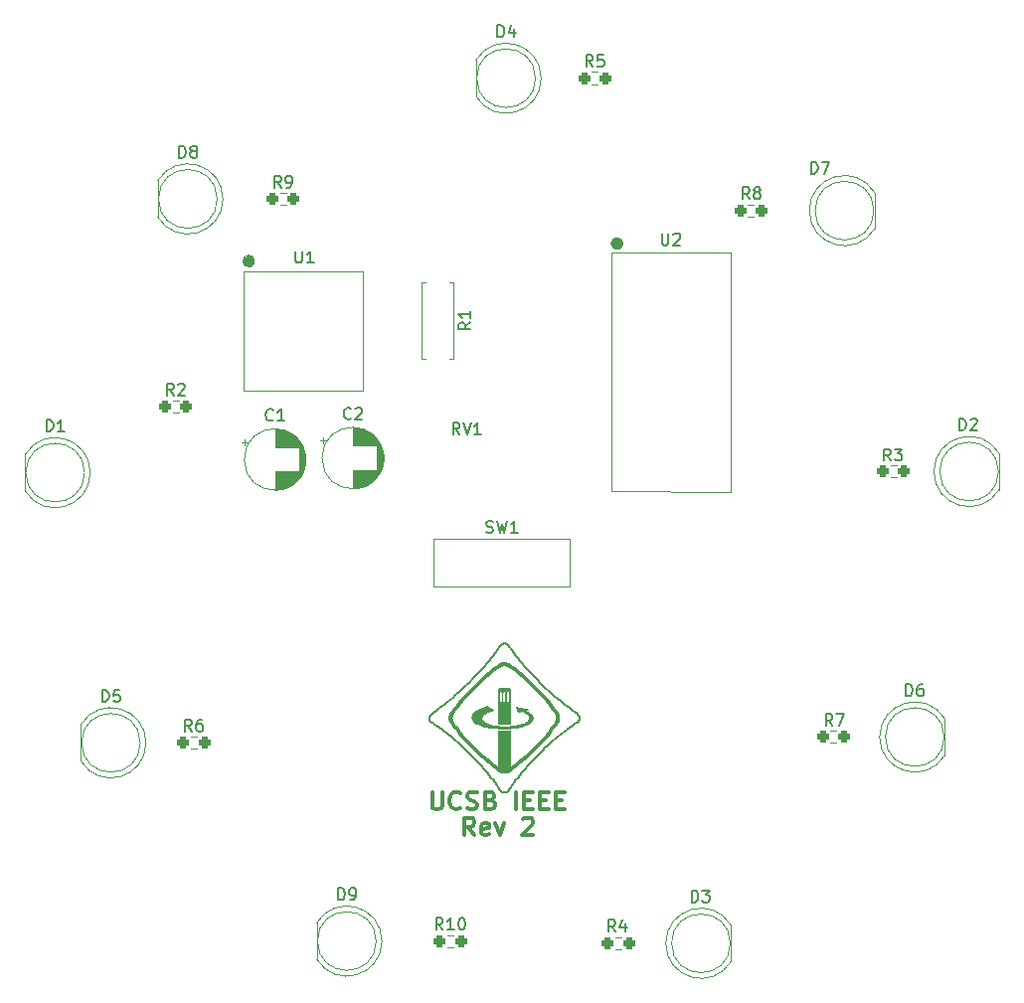
<source format=gto>
%TF.GenerationSoftware,KiCad,Pcbnew,(6.0.7)*%
%TF.CreationDate,2022-10-09T20:49:50-07:00*%
%TF.ProjectId,IEEE_PCB_1,49454545-5f50-4434-925f-312e6b696361,1*%
%TF.SameCoordinates,Original*%
%TF.FileFunction,Legend,Top*%
%TF.FilePolarity,Positive*%
%FSLAX46Y46*%
G04 Gerber Fmt 4.6, Leading zero omitted, Abs format (unit mm)*
G04 Created by KiCad (PCBNEW (6.0.7)) date 2022-10-09 20:49:50*
%MOMM*%
%LPD*%
G01*
G04 APERTURE LIST*
G04 Aperture macros list*
%AMRoundRect*
0 Rectangle with rounded corners*
0 $1 Rounding radius*
0 $2 $3 $4 $5 $6 $7 $8 $9 X,Y pos of 4 corners*
0 Add a 4 corners polygon primitive as box body*
4,1,4,$2,$3,$4,$5,$6,$7,$8,$9,$2,$3,0*
0 Add four circle primitives for the rounded corners*
1,1,$1+$1,$2,$3*
1,1,$1+$1,$4,$5*
1,1,$1+$1,$6,$7*
1,1,$1+$1,$8,$9*
0 Add four rect primitives between the rounded corners*
20,1,$1+$1,$2,$3,$4,$5,0*
20,1,$1+$1,$4,$5,$6,$7,0*
20,1,$1+$1,$6,$7,$8,$9,0*
20,1,$1+$1,$8,$9,$2,$3,0*%
G04 Aperture macros list end*
%ADD10C,0.300000*%
%ADD11C,0.150000*%
%ADD12C,0.120000*%
%ADD13C,0.100000*%
%ADD14C,0.303741*%
%ADD15C,0.151870*%
%ADD16R,1.600000X1.600000*%
%ADD17C,1.600000*%
%ADD18R,1.800000X1.800000*%
%ADD19C,1.800000*%
%ADD20O,1.600000X1.600000*%
%ADD21C,1.500000*%
%ADD22RoundRect,0.237500X-0.250000X-0.237500X0.250000X-0.237500X0.250000X0.237500X-0.250000X0.237500X0*%
%ADD23RoundRect,0.237500X0.250000X0.237500X-0.250000X0.237500X-0.250000X-0.237500X0.250000X-0.237500X0*%
%ADD24C,2.000000*%
G04 APERTURE END LIST*
D10*
X132396285Y-128153571D02*
X131896285Y-127439285D01*
X131539142Y-128153571D02*
X131539142Y-126653571D01*
X132110571Y-126653571D01*
X132253428Y-126725000D01*
X132324857Y-126796428D01*
X132396285Y-126939285D01*
X132396285Y-127153571D01*
X132324857Y-127296428D01*
X132253428Y-127367857D01*
X132110571Y-127439285D01*
X131539142Y-127439285D01*
X133610571Y-128082142D02*
X133467714Y-128153571D01*
X133182000Y-128153571D01*
X133039142Y-128082142D01*
X132967714Y-127939285D01*
X132967714Y-127367857D01*
X133039142Y-127225000D01*
X133182000Y-127153571D01*
X133467714Y-127153571D01*
X133610571Y-127225000D01*
X133682000Y-127367857D01*
X133682000Y-127510714D01*
X132967714Y-127653571D01*
X134182000Y-127153571D02*
X134539142Y-128153571D01*
X134896285Y-127153571D01*
X136539142Y-126796428D02*
X136610571Y-126725000D01*
X136753428Y-126653571D01*
X137110571Y-126653571D01*
X137253428Y-126725000D01*
X137324857Y-126796428D01*
X137396285Y-126939285D01*
X137396285Y-127082142D01*
X137324857Y-127296428D01*
X136467714Y-128153571D01*
X137396285Y-128153571D01*
X128777857Y-124452571D02*
X128777857Y-125666857D01*
X128849285Y-125809714D01*
X128920714Y-125881142D01*
X129063571Y-125952571D01*
X129349285Y-125952571D01*
X129492142Y-125881142D01*
X129563571Y-125809714D01*
X129635000Y-125666857D01*
X129635000Y-124452571D01*
X131206428Y-125809714D02*
X131135000Y-125881142D01*
X130920714Y-125952571D01*
X130777857Y-125952571D01*
X130563571Y-125881142D01*
X130420714Y-125738285D01*
X130349285Y-125595428D01*
X130277857Y-125309714D01*
X130277857Y-125095428D01*
X130349285Y-124809714D01*
X130420714Y-124666857D01*
X130563571Y-124524000D01*
X130777857Y-124452571D01*
X130920714Y-124452571D01*
X131135000Y-124524000D01*
X131206428Y-124595428D01*
X131777857Y-125881142D02*
X131992142Y-125952571D01*
X132349285Y-125952571D01*
X132492142Y-125881142D01*
X132563571Y-125809714D01*
X132635000Y-125666857D01*
X132635000Y-125524000D01*
X132563571Y-125381142D01*
X132492142Y-125309714D01*
X132349285Y-125238285D01*
X132063571Y-125166857D01*
X131920714Y-125095428D01*
X131849285Y-125024000D01*
X131777857Y-124881142D01*
X131777857Y-124738285D01*
X131849285Y-124595428D01*
X131920714Y-124524000D01*
X132063571Y-124452571D01*
X132420714Y-124452571D01*
X132635000Y-124524000D01*
X133777857Y-125166857D02*
X133992142Y-125238285D01*
X134063571Y-125309714D01*
X134135000Y-125452571D01*
X134135000Y-125666857D01*
X134063571Y-125809714D01*
X133992142Y-125881142D01*
X133849285Y-125952571D01*
X133277857Y-125952571D01*
X133277857Y-124452571D01*
X133777857Y-124452571D01*
X133920714Y-124524000D01*
X133992142Y-124595428D01*
X134063571Y-124738285D01*
X134063571Y-124881142D01*
X133992142Y-125024000D01*
X133920714Y-125095428D01*
X133777857Y-125166857D01*
X133277857Y-125166857D01*
X135920714Y-125952571D02*
X135920714Y-124452571D01*
X136635000Y-125166857D02*
X137135000Y-125166857D01*
X137349285Y-125952571D02*
X136635000Y-125952571D01*
X136635000Y-124452571D01*
X137349285Y-124452571D01*
X137992142Y-125166857D02*
X138492142Y-125166857D01*
X138706428Y-125952571D02*
X137992142Y-125952571D01*
X137992142Y-124452571D01*
X138706428Y-124452571D01*
X139349285Y-125166857D02*
X139849285Y-125166857D01*
X140063571Y-125952571D02*
X139349285Y-125952571D01*
X139349285Y-124452571D01*
X140063571Y-124452571D01*
D11*
%TO.C,C1*%
X115240333Y-92749142D02*
X115192714Y-92796761D01*
X115049857Y-92844380D01*
X114954619Y-92844380D01*
X114811761Y-92796761D01*
X114716523Y-92701523D01*
X114668904Y-92606285D01*
X114621285Y-92415809D01*
X114621285Y-92272952D01*
X114668904Y-92082476D01*
X114716523Y-91987238D01*
X114811761Y-91892000D01*
X114954619Y-91844380D01*
X115049857Y-91844380D01*
X115192714Y-91892000D01*
X115240333Y-91939619D01*
X116192714Y-92844380D02*
X115621285Y-92844380D01*
X115907000Y-92844380D02*
X115907000Y-91844380D01*
X115811761Y-91987238D01*
X115716523Y-92082476D01*
X115621285Y-92130095D01*
%TO.C,C2*%
X121866333Y-92629142D02*
X121818714Y-92676761D01*
X121675857Y-92724380D01*
X121580619Y-92724380D01*
X121437761Y-92676761D01*
X121342523Y-92581523D01*
X121294904Y-92486285D01*
X121247285Y-92295809D01*
X121247285Y-92152952D01*
X121294904Y-91962476D01*
X121342523Y-91867238D01*
X121437761Y-91772000D01*
X121580619Y-91724380D01*
X121675857Y-91724380D01*
X121818714Y-91772000D01*
X121866333Y-91819619D01*
X122247285Y-91819619D02*
X122294904Y-91772000D01*
X122390142Y-91724380D01*
X122628238Y-91724380D01*
X122723476Y-91772000D01*
X122771095Y-91819619D01*
X122818714Y-91914857D01*
X122818714Y-92010095D01*
X122771095Y-92152952D01*
X122199666Y-92724380D01*
X122818714Y-92724380D01*
%TO.C,D1*%
X95945904Y-93758380D02*
X95945904Y-92758380D01*
X96184000Y-92758380D01*
X96326857Y-92806000D01*
X96422095Y-92901238D01*
X96469714Y-92996476D01*
X96517333Y-93186952D01*
X96517333Y-93329809D01*
X96469714Y-93520285D01*
X96422095Y-93615523D01*
X96326857Y-93710761D01*
X96184000Y-93758380D01*
X95945904Y-93758380D01*
X97469714Y-93758380D02*
X96898285Y-93758380D01*
X97184000Y-93758380D02*
X97184000Y-92758380D01*
X97088761Y-92901238D01*
X96993523Y-92996476D01*
X96898285Y-93044095D01*
%TO.C,D2*%
X173679904Y-93657380D02*
X173679904Y-92657380D01*
X173918000Y-92657380D01*
X174060857Y-92705000D01*
X174156095Y-92800238D01*
X174203714Y-92895476D01*
X174251333Y-93085952D01*
X174251333Y-93228809D01*
X174203714Y-93419285D01*
X174156095Y-93514523D01*
X174060857Y-93609761D01*
X173918000Y-93657380D01*
X173679904Y-93657380D01*
X174632285Y-92752619D02*
X174679904Y-92705000D01*
X174775142Y-92657380D01*
X175013238Y-92657380D01*
X175108476Y-92705000D01*
X175156095Y-92752619D01*
X175203714Y-92847857D01*
X175203714Y-92943095D01*
X175156095Y-93085952D01*
X174584666Y-93657380D01*
X175203714Y-93657380D01*
%TO.C,D3*%
X150891904Y-133845380D02*
X150891904Y-132845380D01*
X151130000Y-132845380D01*
X151272857Y-132893000D01*
X151368095Y-132988238D01*
X151415714Y-133083476D01*
X151463333Y-133273952D01*
X151463333Y-133416809D01*
X151415714Y-133607285D01*
X151368095Y-133702523D01*
X151272857Y-133797761D01*
X151130000Y-133845380D01*
X150891904Y-133845380D01*
X151796666Y-132845380D02*
X152415714Y-132845380D01*
X152082380Y-133226333D01*
X152225238Y-133226333D01*
X152320476Y-133273952D01*
X152368095Y-133321571D01*
X152415714Y-133416809D01*
X152415714Y-133654904D01*
X152368095Y-133750142D01*
X152320476Y-133797761D01*
X152225238Y-133845380D01*
X151939523Y-133845380D01*
X151844285Y-133797761D01*
X151796666Y-133750142D01*
%TO.C,D4*%
X134347904Y-60161380D02*
X134347904Y-59161380D01*
X134586000Y-59161380D01*
X134728857Y-59209000D01*
X134824095Y-59304238D01*
X134871714Y-59399476D01*
X134919333Y-59589952D01*
X134919333Y-59732809D01*
X134871714Y-59923285D01*
X134824095Y-60018523D01*
X134728857Y-60113761D01*
X134586000Y-60161380D01*
X134347904Y-60161380D01*
X135776476Y-59494714D02*
X135776476Y-60161380D01*
X135538380Y-59113761D02*
X135300285Y-59828047D01*
X135919333Y-59828047D01*
%TO.C,D5*%
X100691904Y-116768380D02*
X100691904Y-115768380D01*
X100930000Y-115768380D01*
X101072857Y-115816000D01*
X101168095Y-115911238D01*
X101215714Y-116006476D01*
X101263333Y-116196952D01*
X101263333Y-116339809D01*
X101215714Y-116530285D01*
X101168095Y-116625523D01*
X101072857Y-116720761D01*
X100930000Y-116768380D01*
X100691904Y-116768380D01*
X102168095Y-115768380D02*
X101691904Y-115768380D01*
X101644285Y-116244571D01*
X101691904Y-116196952D01*
X101787142Y-116149333D01*
X102025238Y-116149333D01*
X102120476Y-116196952D01*
X102168095Y-116244571D01*
X102215714Y-116339809D01*
X102215714Y-116577904D01*
X102168095Y-116673142D01*
X102120476Y-116720761D01*
X102025238Y-116768380D01*
X101787142Y-116768380D01*
X101691904Y-116720761D01*
X101644285Y-116673142D01*
%TO.C,D6*%
X169137904Y-116291380D02*
X169137904Y-115291380D01*
X169376000Y-115291380D01*
X169518857Y-115339000D01*
X169614095Y-115434238D01*
X169661714Y-115529476D01*
X169709333Y-115719952D01*
X169709333Y-115862809D01*
X169661714Y-116053285D01*
X169614095Y-116148523D01*
X169518857Y-116243761D01*
X169376000Y-116291380D01*
X169137904Y-116291380D01*
X170566476Y-115291380D02*
X170376000Y-115291380D01*
X170280761Y-115339000D01*
X170233142Y-115386619D01*
X170137904Y-115529476D01*
X170090285Y-115719952D01*
X170090285Y-116100904D01*
X170137904Y-116196142D01*
X170185523Y-116243761D01*
X170280761Y-116291380D01*
X170471238Y-116291380D01*
X170566476Y-116243761D01*
X170614095Y-116196142D01*
X170661714Y-116100904D01*
X170661714Y-115862809D01*
X170614095Y-115767571D01*
X170566476Y-115719952D01*
X170471238Y-115672333D01*
X170280761Y-115672333D01*
X170185523Y-115719952D01*
X170137904Y-115767571D01*
X170090285Y-115862809D01*
%TO.C,D7*%
X161059904Y-71784380D02*
X161059904Y-70784380D01*
X161298000Y-70784380D01*
X161440857Y-70832000D01*
X161536095Y-70927238D01*
X161583714Y-71022476D01*
X161631333Y-71212952D01*
X161631333Y-71355809D01*
X161583714Y-71546285D01*
X161536095Y-71641523D01*
X161440857Y-71736761D01*
X161298000Y-71784380D01*
X161059904Y-71784380D01*
X161964666Y-70784380D02*
X162631333Y-70784380D01*
X162202761Y-71784380D01*
%TO.C,D8*%
X107244904Y-70441380D02*
X107244904Y-69441380D01*
X107483000Y-69441380D01*
X107625857Y-69489000D01*
X107721095Y-69584238D01*
X107768714Y-69679476D01*
X107816333Y-69869952D01*
X107816333Y-70012809D01*
X107768714Y-70203285D01*
X107721095Y-70298523D01*
X107625857Y-70393761D01*
X107483000Y-70441380D01*
X107244904Y-70441380D01*
X108387761Y-69869952D02*
X108292523Y-69822333D01*
X108244904Y-69774714D01*
X108197285Y-69679476D01*
X108197285Y-69631857D01*
X108244904Y-69536619D01*
X108292523Y-69489000D01*
X108387761Y-69441380D01*
X108578238Y-69441380D01*
X108673476Y-69489000D01*
X108721095Y-69536619D01*
X108768714Y-69631857D01*
X108768714Y-69679476D01*
X108721095Y-69774714D01*
X108673476Y-69822333D01*
X108578238Y-69869952D01*
X108387761Y-69869952D01*
X108292523Y-69917571D01*
X108244904Y-69965190D01*
X108197285Y-70060428D01*
X108197285Y-70250904D01*
X108244904Y-70346142D01*
X108292523Y-70393761D01*
X108387761Y-70441380D01*
X108578238Y-70441380D01*
X108673476Y-70393761D01*
X108721095Y-70346142D01*
X108768714Y-70250904D01*
X108768714Y-70060428D01*
X108721095Y-69965190D01*
X108673476Y-69917571D01*
X108578238Y-69869952D01*
%TO.C,D9*%
X120783904Y-133655380D02*
X120783904Y-132655380D01*
X121022000Y-132655380D01*
X121164857Y-132703000D01*
X121260095Y-132798238D01*
X121307714Y-132893476D01*
X121355333Y-133083952D01*
X121355333Y-133226809D01*
X121307714Y-133417285D01*
X121260095Y-133512523D01*
X121164857Y-133607761D01*
X121022000Y-133655380D01*
X120783904Y-133655380D01*
X121831523Y-133655380D02*
X122022000Y-133655380D01*
X122117238Y-133607761D01*
X122164857Y-133560142D01*
X122260095Y-133417285D01*
X122307714Y-133226809D01*
X122307714Y-132845857D01*
X122260095Y-132750619D01*
X122212476Y-132703000D01*
X122117238Y-132655380D01*
X121926761Y-132655380D01*
X121831523Y-132703000D01*
X121783904Y-132750619D01*
X121736285Y-132845857D01*
X121736285Y-133083952D01*
X121783904Y-133179190D01*
X121831523Y-133226809D01*
X121926761Y-133274428D01*
X122117238Y-133274428D01*
X122212476Y-133226809D01*
X122260095Y-133179190D01*
X122307714Y-133083952D01*
%TO.C,R1*%
X132054380Y-84471666D02*
X131578190Y-84805000D01*
X132054380Y-85043095D02*
X131054380Y-85043095D01*
X131054380Y-84662142D01*
X131102000Y-84566904D01*
X131149619Y-84519285D01*
X131244857Y-84471666D01*
X131387714Y-84471666D01*
X131482952Y-84519285D01*
X131530571Y-84566904D01*
X131578190Y-84662142D01*
X131578190Y-85043095D01*
X132054380Y-83519285D02*
X132054380Y-84090714D01*
X132054380Y-83805000D02*
X131054380Y-83805000D01*
X131197238Y-83900238D01*
X131292476Y-83995476D01*
X131340095Y-84090714D01*
%TO.C,RV1*%
X131134261Y-94016380D02*
X130800928Y-93540190D01*
X130562833Y-94016380D02*
X130562833Y-93016380D01*
X130943785Y-93016380D01*
X131039023Y-93064000D01*
X131086642Y-93111619D01*
X131134261Y-93206857D01*
X131134261Y-93349714D01*
X131086642Y-93444952D01*
X131039023Y-93492571D01*
X130943785Y-93540190D01*
X130562833Y-93540190D01*
X131419976Y-93016380D02*
X131753309Y-94016380D01*
X132086642Y-93016380D01*
X132943785Y-94016380D02*
X132372357Y-94016380D01*
X132658071Y-94016380D02*
X132658071Y-93016380D01*
X132562833Y-93159238D01*
X132467595Y-93254476D01*
X132372357Y-93302095D01*
%TO.C,U1*%
X117146095Y-78396380D02*
X117146095Y-79205904D01*
X117193714Y-79301142D01*
X117241333Y-79348761D01*
X117336571Y-79396380D01*
X117527047Y-79396380D01*
X117622285Y-79348761D01*
X117669904Y-79301142D01*
X117717523Y-79205904D01*
X117717523Y-78396380D01*
X118717523Y-79396380D02*
X118146095Y-79396380D01*
X118431809Y-79396380D02*
X118431809Y-78396380D01*
X118336571Y-78539238D01*
X118241333Y-78634476D01*
X118146095Y-78682095D01*
%TO.C,U2*%
X148346095Y-76888380D02*
X148346095Y-77697904D01*
X148393714Y-77793142D01*
X148441333Y-77840761D01*
X148536571Y-77888380D01*
X148727047Y-77888380D01*
X148822285Y-77840761D01*
X148869904Y-77793142D01*
X148917523Y-77697904D01*
X148917523Y-76888380D01*
X149346095Y-76983619D02*
X149393714Y-76936000D01*
X149488952Y-76888380D01*
X149727047Y-76888380D01*
X149822285Y-76936000D01*
X149869904Y-76983619D01*
X149917523Y-77078857D01*
X149917523Y-77174095D01*
X149869904Y-77316952D01*
X149298476Y-77888380D01*
X149917523Y-77888380D01*
%TO.C,R9*%
X115925333Y-72989380D02*
X115592000Y-72513190D01*
X115353904Y-72989380D02*
X115353904Y-71989380D01*
X115734857Y-71989380D01*
X115830095Y-72037000D01*
X115877714Y-72084619D01*
X115925333Y-72179857D01*
X115925333Y-72322714D01*
X115877714Y-72417952D01*
X115830095Y-72465571D01*
X115734857Y-72513190D01*
X115353904Y-72513190D01*
X116401523Y-72989380D02*
X116592000Y-72989380D01*
X116687238Y-72941761D01*
X116734857Y-72894142D01*
X116830095Y-72751285D01*
X116877714Y-72560809D01*
X116877714Y-72179857D01*
X116830095Y-72084619D01*
X116782476Y-72037000D01*
X116687238Y-71989380D01*
X116496761Y-71989380D01*
X116401523Y-72037000D01*
X116353904Y-72084619D01*
X116306285Y-72179857D01*
X116306285Y-72417952D01*
X116353904Y-72513190D01*
X116401523Y-72560809D01*
X116496761Y-72608428D01*
X116687238Y-72608428D01*
X116782476Y-72560809D01*
X116830095Y-72513190D01*
X116877714Y-72417952D01*
%TO.C,R7*%
X162892333Y-118826380D02*
X162559000Y-118350190D01*
X162320904Y-118826380D02*
X162320904Y-117826380D01*
X162701857Y-117826380D01*
X162797095Y-117874000D01*
X162844714Y-117921619D01*
X162892333Y-118016857D01*
X162892333Y-118159714D01*
X162844714Y-118254952D01*
X162797095Y-118302571D01*
X162701857Y-118350190D01*
X162320904Y-118350190D01*
X163225666Y-117826380D02*
X163892333Y-117826380D01*
X163463761Y-118826380D01*
%TO.C,R3*%
X167851333Y-96243380D02*
X167518000Y-95767190D01*
X167279904Y-96243380D02*
X167279904Y-95243380D01*
X167660857Y-95243380D01*
X167756095Y-95291000D01*
X167803714Y-95338619D01*
X167851333Y-95433857D01*
X167851333Y-95576714D01*
X167803714Y-95671952D01*
X167756095Y-95719571D01*
X167660857Y-95767190D01*
X167279904Y-95767190D01*
X168184666Y-95243380D02*
X168803714Y-95243380D01*
X168470380Y-95624333D01*
X168613238Y-95624333D01*
X168708476Y-95671952D01*
X168756095Y-95719571D01*
X168803714Y-95814809D01*
X168803714Y-96052904D01*
X168756095Y-96148142D01*
X168708476Y-96195761D01*
X168613238Y-96243380D01*
X168327523Y-96243380D01*
X168232285Y-96195761D01*
X168184666Y-96148142D01*
%TO.C,R8*%
X155804333Y-73962380D02*
X155471000Y-73486190D01*
X155232904Y-73962380D02*
X155232904Y-72962380D01*
X155613857Y-72962380D01*
X155709095Y-73010000D01*
X155756714Y-73057619D01*
X155804333Y-73152857D01*
X155804333Y-73295714D01*
X155756714Y-73390952D01*
X155709095Y-73438571D01*
X155613857Y-73486190D01*
X155232904Y-73486190D01*
X156375761Y-73390952D02*
X156280523Y-73343333D01*
X156232904Y-73295714D01*
X156185285Y-73200476D01*
X156185285Y-73152857D01*
X156232904Y-73057619D01*
X156280523Y-73010000D01*
X156375761Y-72962380D01*
X156566238Y-72962380D01*
X156661476Y-73010000D01*
X156709095Y-73057619D01*
X156756714Y-73152857D01*
X156756714Y-73200476D01*
X156709095Y-73295714D01*
X156661476Y-73343333D01*
X156566238Y-73390952D01*
X156375761Y-73390952D01*
X156280523Y-73438571D01*
X156232904Y-73486190D01*
X156185285Y-73581428D01*
X156185285Y-73771904D01*
X156232904Y-73867142D01*
X156280523Y-73914761D01*
X156375761Y-73962380D01*
X156566238Y-73962380D01*
X156661476Y-73914761D01*
X156709095Y-73867142D01*
X156756714Y-73771904D01*
X156756714Y-73581428D01*
X156709095Y-73486190D01*
X156661476Y-73438571D01*
X156566238Y-73390952D01*
%TO.C,R5*%
X142475333Y-62691380D02*
X142142000Y-62215190D01*
X141903904Y-62691380D02*
X141903904Y-61691380D01*
X142284857Y-61691380D01*
X142380095Y-61739000D01*
X142427714Y-61786619D01*
X142475333Y-61881857D01*
X142475333Y-62024714D01*
X142427714Y-62119952D01*
X142380095Y-62167571D01*
X142284857Y-62215190D01*
X141903904Y-62215190D01*
X143380095Y-61691380D02*
X142903904Y-61691380D01*
X142856285Y-62167571D01*
X142903904Y-62119952D01*
X142999142Y-62072333D01*
X143237238Y-62072333D01*
X143332476Y-62119952D01*
X143380095Y-62167571D01*
X143427714Y-62262809D01*
X143427714Y-62500904D01*
X143380095Y-62596142D01*
X143332476Y-62643761D01*
X143237238Y-62691380D01*
X142999142Y-62691380D01*
X142903904Y-62643761D01*
X142856285Y-62596142D01*
%TO.C,R2*%
X106770333Y-90681380D02*
X106437000Y-90205190D01*
X106198904Y-90681380D02*
X106198904Y-89681380D01*
X106579857Y-89681380D01*
X106675095Y-89729000D01*
X106722714Y-89776619D01*
X106770333Y-89871857D01*
X106770333Y-90014714D01*
X106722714Y-90109952D01*
X106675095Y-90157571D01*
X106579857Y-90205190D01*
X106198904Y-90205190D01*
X107151285Y-89776619D02*
X107198904Y-89729000D01*
X107294142Y-89681380D01*
X107532238Y-89681380D01*
X107627476Y-89729000D01*
X107675095Y-89776619D01*
X107722714Y-89871857D01*
X107722714Y-89967095D01*
X107675095Y-90109952D01*
X107103666Y-90681380D01*
X107722714Y-90681380D01*
%TO.C,R6*%
X108315333Y-119294380D02*
X107982000Y-118818190D01*
X107743904Y-119294380D02*
X107743904Y-118294380D01*
X108124857Y-118294380D01*
X108220095Y-118342000D01*
X108267714Y-118389619D01*
X108315333Y-118484857D01*
X108315333Y-118627714D01*
X108267714Y-118722952D01*
X108220095Y-118770571D01*
X108124857Y-118818190D01*
X107743904Y-118818190D01*
X109172476Y-118294380D02*
X108982000Y-118294380D01*
X108886761Y-118342000D01*
X108839142Y-118389619D01*
X108743904Y-118532476D01*
X108696285Y-118722952D01*
X108696285Y-119103904D01*
X108743904Y-119199142D01*
X108791523Y-119246761D01*
X108886761Y-119294380D01*
X109077238Y-119294380D01*
X109172476Y-119246761D01*
X109220095Y-119199142D01*
X109267714Y-119103904D01*
X109267714Y-118865809D01*
X109220095Y-118770571D01*
X109172476Y-118722952D01*
X109077238Y-118675333D01*
X108886761Y-118675333D01*
X108791523Y-118722952D01*
X108743904Y-118770571D01*
X108696285Y-118865809D01*
%TO.C,R10*%
X129694142Y-136188380D02*
X129360809Y-135712190D01*
X129122714Y-136188380D02*
X129122714Y-135188380D01*
X129503666Y-135188380D01*
X129598904Y-135236000D01*
X129646523Y-135283619D01*
X129694142Y-135378857D01*
X129694142Y-135521714D01*
X129646523Y-135616952D01*
X129598904Y-135664571D01*
X129503666Y-135712190D01*
X129122714Y-135712190D01*
X130646523Y-136188380D02*
X130075095Y-136188380D01*
X130360809Y-136188380D02*
X130360809Y-135188380D01*
X130265571Y-135331238D01*
X130170333Y-135426476D01*
X130075095Y-135474095D01*
X131265571Y-135188380D02*
X131360809Y-135188380D01*
X131456047Y-135236000D01*
X131503666Y-135283619D01*
X131551285Y-135378857D01*
X131598904Y-135569333D01*
X131598904Y-135807428D01*
X131551285Y-135997904D01*
X131503666Y-136093142D01*
X131456047Y-136140761D01*
X131360809Y-136188380D01*
X131265571Y-136188380D01*
X131170333Y-136140761D01*
X131122714Y-136093142D01*
X131075095Y-135997904D01*
X131027476Y-135807428D01*
X131027476Y-135569333D01*
X131075095Y-135378857D01*
X131122714Y-135283619D01*
X131170333Y-135236000D01*
X131265571Y-135188380D01*
%TO.C,R4*%
X144392333Y-136360380D02*
X144059000Y-135884190D01*
X143820904Y-136360380D02*
X143820904Y-135360380D01*
X144201857Y-135360380D01*
X144297095Y-135408000D01*
X144344714Y-135455619D01*
X144392333Y-135550857D01*
X144392333Y-135693714D01*
X144344714Y-135788952D01*
X144297095Y-135836571D01*
X144201857Y-135884190D01*
X143820904Y-135884190D01*
X145249476Y-135693714D02*
X145249476Y-136360380D01*
X145011380Y-135312761D02*
X144773285Y-136027047D01*
X145392333Y-136027047D01*
%TO.C,SW1*%
X133406666Y-102333761D02*
X133549523Y-102381380D01*
X133787619Y-102381380D01*
X133882857Y-102333761D01*
X133930476Y-102286142D01*
X133978095Y-102190904D01*
X133978095Y-102095666D01*
X133930476Y-102000428D01*
X133882857Y-101952809D01*
X133787619Y-101905190D01*
X133597142Y-101857571D01*
X133501904Y-101809952D01*
X133454285Y-101762333D01*
X133406666Y-101667095D01*
X133406666Y-101571857D01*
X133454285Y-101476619D01*
X133501904Y-101429000D01*
X133597142Y-101381380D01*
X133835238Y-101381380D01*
X133978095Y-101429000D01*
X134311428Y-101381380D02*
X134549523Y-102381380D01*
X134740000Y-101667095D01*
X134930476Y-102381380D01*
X135168571Y-101381380D01*
X136073333Y-102381380D02*
X135501904Y-102381380D01*
X135787619Y-102381380D02*
X135787619Y-101381380D01*
X135692380Y-101524238D01*
X135597142Y-101619476D01*
X135501904Y-101667095D01*
D12*
%TO.C,C1*%
X117728000Y-94964000D02*
X117728000Y-97320000D01*
X117088000Y-97182000D02*
X117088000Y-98113000D01*
X115487000Y-97182000D02*
X115487000Y-98721000D01*
X116007000Y-97182000D02*
X116007000Y-98653000D01*
X116568000Y-97182000D02*
X116568000Y-98452000D01*
X117808000Y-95131000D02*
X117808000Y-97153000D01*
X115527000Y-93564000D02*
X115527000Y-95102000D01*
X117128000Y-97182000D02*
X117128000Y-98079000D01*
X116768000Y-93942000D02*
X116768000Y-95102000D01*
X116608000Y-97182000D02*
X116608000Y-98432000D01*
X115527000Y-97182000D02*
X115527000Y-98720000D01*
X116328000Y-97182000D02*
X116328000Y-98556000D01*
X116888000Y-97182000D02*
X116888000Y-98264000D01*
X117408000Y-94489000D02*
X117408000Y-95102000D01*
X117128000Y-94205000D02*
X117128000Y-95102000D01*
X116488000Y-93794000D02*
X116488000Y-95102000D01*
X115767000Y-97182000D02*
X115767000Y-98698000D01*
X116128000Y-97182000D02*
X116128000Y-98622000D01*
X115447000Y-93562000D02*
X115447000Y-95102000D01*
X117088000Y-94171000D02*
X117088000Y-95102000D01*
X117848000Y-95227000D02*
X117848000Y-97057000D01*
X116448000Y-93777000D02*
X116448000Y-95102000D01*
X115567000Y-93566000D02*
X115567000Y-95102000D01*
X115727000Y-97182000D02*
X115727000Y-98703000D01*
X117048000Y-97182000D02*
X117048000Y-98146000D01*
X115967000Y-97182000D02*
X115967000Y-98662000D01*
X117208000Y-94278000D02*
X117208000Y-95102000D01*
X117008000Y-94107000D02*
X117008000Y-95102000D01*
X116728000Y-97182000D02*
X116728000Y-98366000D01*
X115647000Y-93573000D02*
X115647000Y-95102000D01*
X116648000Y-93874000D02*
X116648000Y-95102000D01*
X117008000Y-97182000D02*
X117008000Y-98177000D01*
X116648000Y-97182000D02*
X116648000Y-98410000D01*
X117328000Y-94399000D02*
X117328000Y-95102000D01*
X117688000Y-94891000D02*
X117688000Y-97393000D01*
X116408000Y-93760000D02*
X116408000Y-95102000D01*
X117048000Y-94138000D02*
X117048000Y-95102000D01*
X117768000Y-95044000D02*
X117768000Y-97240000D01*
X117288000Y-97182000D02*
X117288000Y-97927000D01*
X117368000Y-97182000D02*
X117368000Y-97841000D01*
X112602225Y-94667000D02*
X113102225Y-94667000D01*
X116608000Y-93852000D02*
X116608000Y-95102000D01*
X116848000Y-93993000D02*
X116848000Y-95102000D01*
X116128000Y-93662000D02*
X116128000Y-95102000D01*
X115807000Y-93592000D02*
X115807000Y-95102000D01*
X116328000Y-93728000D02*
X116328000Y-95102000D01*
X117248000Y-97182000D02*
X117248000Y-97968000D01*
X116928000Y-94047000D02*
X116928000Y-95102000D01*
X116007000Y-93631000D02*
X116007000Y-95102000D01*
X116168000Y-93674000D02*
X116168000Y-95102000D01*
X115487000Y-93563000D02*
X115487000Y-95102000D01*
X116208000Y-93687000D02*
X116208000Y-95102000D01*
X117168000Y-97182000D02*
X117168000Y-98043000D01*
X112852225Y-94417000D02*
X112852225Y-94917000D01*
X116168000Y-97182000D02*
X116168000Y-98610000D01*
X117648000Y-94823000D02*
X117648000Y-97461000D01*
X115647000Y-97182000D02*
X115647000Y-98711000D01*
X115727000Y-93581000D02*
X115727000Y-95102000D01*
X116688000Y-93895000D02*
X116688000Y-95102000D01*
X116728000Y-93918000D02*
X116728000Y-95102000D01*
X117608000Y-94759000D02*
X117608000Y-97525000D01*
X115927000Y-93614000D02*
X115927000Y-95102000D01*
X115687000Y-93577000D02*
X115687000Y-95102000D01*
X115807000Y-97182000D02*
X115807000Y-98692000D01*
X116808000Y-97182000D02*
X116808000Y-98317000D01*
X116848000Y-97182000D02*
X116848000Y-98291000D01*
X117488000Y-94588000D02*
X117488000Y-97696000D01*
X115687000Y-97182000D02*
X115687000Y-98707000D01*
X116248000Y-93700000D02*
X116248000Y-95102000D01*
X116968000Y-97182000D02*
X116968000Y-98207000D01*
X116808000Y-93967000D02*
X116808000Y-95102000D01*
X115767000Y-93586000D02*
X115767000Y-95102000D01*
X117368000Y-94443000D02*
X117368000Y-95102000D01*
X116768000Y-97182000D02*
X116768000Y-98342000D01*
X117528000Y-94642000D02*
X117528000Y-97642000D01*
X115887000Y-97182000D02*
X115887000Y-98678000D01*
X115847000Y-97182000D02*
X115847000Y-98685000D01*
X115927000Y-97182000D02*
X115927000Y-98670000D01*
X115967000Y-93622000D02*
X115967000Y-95102000D01*
X116568000Y-93832000D02*
X116568000Y-95102000D01*
X116047000Y-97182000D02*
X116047000Y-98643000D01*
X116928000Y-97182000D02*
X116928000Y-98237000D01*
X117288000Y-94357000D02*
X117288000Y-95102000D01*
X116087000Y-93651000D02*
X116087000Y-95102000D01*
X116448000Y-97182000D02*
X116448000Y-98507000D01*
X116248000Y-97182000D02*
X116248000Y-98584000D01*
X116288000Y-93714000D02*
X116288000Y-95102000D01*
X116968000Y-94077000D02*
X116968000Y-95102000D01*
X117448000Y-94537000D02*
X117448000Y-97747000D01*
X117568000Y-94699000D02*
X117568000Y-97585000D01*
X116288000Y-97182000D02*
X116288000Y-98570000D01*
X116688000Y-97182000D02*
X116688000Y-98389000D01*
X115407000Y-97182000D02*
X115407000Y-98722000D01*
X117208000Y-97182000D02*
X117208000Y-98006000D01*
X115447000Y-97182000D02*
X115447000Y-98722000D01*
X115887000Y-93606000D02*
X115887000Y-95102000D01*
X117968000Y-95624000D02*
X117968000Y-96660000D01*
X115567000Y-97182000D02*
X115567000Y-98718000D01*
X116528000Y-93813000D02*
X116528000Y-95102000D01*
X116528000Y-97182000D02*
X116528000Y-98471000D01*
X118008000Y-95858000D02*
X118008000Y-96426000D01*
X116408000Y-97182000D02*
X116408000Y-98524000D01*
X115607000Y-97182000D02*
X115607000Y-98715000D01*
X117408000Y-97182000D02*
X117408000Y-97795000D01*
X115607000Y-93569000D02*
X115607000Y-95102000D01*
X116087000Y-97182000D02*
X116087000Y-98633000D01*
X117248000Y-94316000D02*
X117248000Y-95102000D01*
X117928000Y-95465000D02*
X117928000Y-96819000D01*
X116368000Y-93744000D02*
X116368000Y-95102000D01*
X116047000Y-93641000D02*
X116047000Y-95102000D01*
X116368000Y-97182000D02*
X116368000Y-98540000D01*
X117328000Y-97182000D02*
X117328000Y-97885000D01*
X115407000Y-93562000D02*
X115407000Y-95102000D01*
X117168000Y-94241000D02*
X117168000Y-95102000D01*
X116208000Y-97182000D02*
X116208000Y-98597000D01*
X116488000Y-97182000D02*
X116488000Y-98490000D01*
X115847000Y-93599000D02*
X115847000Y-95102000D01*
X117888000Y-95337000D02*
X117888000Y-96947000D01*
X116888000Y-94020000D02*
X116888000Y-95102000D01*
X118027000Y-96142000D02*
G75*
G03*
X118027000Y-96142000I-2620000J0D01*
G01*
%TO.C,C2*%
X124514000Y-95217000D02*
X124514000Y-96827000D01*
X124034000Y-94369000D02*
X124034000Y-94982000D01*
X122233000Y-97062000D02*
X122233000Y-98595000D01*
X124634000Y-95738000D02*
X124634000Y-96306000D01*
X122313000Y-93457000D02*
X122313000Y-94982000D01*
X123914000Y-97062000D02*
X123914000Y-97807000D01*
X122994000Y-97062000D02*
X122994000Y-98420000D01*
X122073000Y-93442000D02*
X122073000Y-94982000D01*
X122153000Y-93444000D02*
X122153000Y-94982000D01*
X123994000Y-97062000D02*
X123994000Y-97721000D01*
X122473000Y-97062000D02*
X122473000Y-98565000D01*
X123434000Y-93847000D02*
X123434000Y-94982000D01*
X124314000Y-94771000D02*
X124314000Y-97273000D01*
X122113000Y-97062000D02*
X122113000Y-98601000D01*
X123514000Y-97062000D02*
X123514000Y-98144000D01*
X122553000Y-97062000D02*
X122553000Y-98550000D01*
X122433000Y-93472000D02*
X122433000Y-94982000D01*
X123034000Y-93640000D02*
X123034000Y-94982000D01*
X122754000Y-97062000D02*
X122754000Y-98502000D01*
X123674000Y-97062000D02*
X123674000Y-98026000D01*
X123154000Y-93693000D02*
X123154000Y-94982000D01*
X122954000Y-93608000D02*
X122954000Y-94982000D01*
X123994000Y-94323000D02*
X123994000Y-94982000D01*
X122273000Y-97062000D02*
X122273000Y-98591000D01*
X122754000Y-93542000D02*
X122754000Y-94982000D01*
X122193000Y-93446000D02*
X122193000Y-94982000D01*
X122954000Y-97062000D02*
X122954000Y-98436000D01*
X122393000Y-93466000D02*
X122393000Y-94982000D01*
X122593000Y-93502000D02*
X122593000Y-94982000D01*
X122513000Y-97062000D02*
X122513000Y-98558000D01*
X122914000Y-97062000D02*
X122914000Y-98450000D01*
X123074000Y-93657000D02*
X123074000Y-94982000D01*
X123354000Y-93798000D02*
X123354000Y-94982000D01*
X122513000Y-93486000D02*
X122513000Y-94982000D01*
X122713000Y-97062000D02*
X122713000Y-98513000D01*
X122033000Y-97062000D02*
X122033000Y-98602000D01*
X122994000Y-93624000D02*
X122994000Y-94982000D01*
X123234000Y-93732000D02*
X123234000Y-94982000D01*
X122193000Y-97062000D02*
X122193000Y-98598000D01*
X124594000Y-95504000D02*
X124594000Y-96540000D01*
X122033000Y-93442000D02*
X122033000Y-94982000D01*
X123794000Y-94121000D02*
X123794000Y-94982000D01*
X122153000Y-97062000D02*
X122153000Y-98600000D01*
X122353000Y-93461000D02*
X122353000Y-94982000D01*
X123634000Y-93987000D02*
X123634000Y-94982000D01*
X123034000Y-97062000D02*
X123034000Y-98404000D01*
X122794000Y-97062000D02*
X122794000Y-98490000D01*
X122633000Y-97062000D02*
X122633000Y-98533000D01*
X123834000Y-97062000D02*
X123834000Y-97886000D01*
X122273000Y-93453000D02*
X122273000Y-94982000D01*
X123634000Y-97062000D02*
X123634000Y-98057000D01*
X119228225Y-94547000D02*
X119728225Y-94547000D01*
X122353000Y-97062000D02*
X122353000Y-98583000D01*
X123194000Y-93712000D02*
X123194000Y-94982000D01*
X123834000Y-94158000D02*
X123834000Y-94982000D01*
X123194000Y-97062000D02*
X123194000Y-98332000D01*
X124394000Y-94924000D02*
X124394000Y-97120000D01*
X123114000Y-93674000D02*
X123114000Y-94982000D01*
X123434000Y-97062000D02*
X123434000Y-98197000D01*
X123754000Y-97062000D02*
X123754000Y-97959000D01*
X123554000Y-93927000D02*
X123554000Y-94982000D01*
X122473000Y-93479000D02*
X122473000Y-94982000D01*
X124074000Y-94417000D02*
X124074000Y-97627000D01*
X123714000Y-94051000D02*
X123714000Y-94982000D01*
X122874000Y-97062000D02*
X122874000Y-98464000D01*
X123794000Y-97062000D02*
X123794000Y-97923000D01*
X122874000Y-93580000D02*
X122874000Y-94982000D01*
X124554000Y-95345000D02*
X124554000Y-96699000D01*
X122914000Y-93594000D02*
X122914000Y-94982000D01*
X123314000Y-97062000D02*
X123314000Y-98269000D01*
X123954000Y-94279000D02*
X123954000Y-94982000D01*
X122713000Y-93531000D02*
X122713000Y-94982000D01*
X122633000Y-93511000D02*
X122633000Y-94982000D01*
X123554000Y-97062000D02*
X123554000Y-98117000D01*
X123274000Y-93754000D02*
X123274000Y-94982000D01*
X124034000Y-97062000D02*
X124034000Y-97675000D01*
X123874000Y-97062000D02*
X123874000Y-97848000D01*
X122593000Y-97062000D02*
X122593000Y-98542000D01*
X122834000Y-93567000D02*
X122834000Y-94982000D01*
X123514000Y-93900000D02*
X123514000Y-94982000D01*
X122794000Y-93554000D02*
X122794000Y-94982000D01*
X123394000Y-97062000D02*
X123394000Y-98222000D01*
X124154000Y-94522000D02*
X124154000Y-97522000D01*
X122673000Y-93521000D02*
X122673000Y-94982000D01*
X122113000Y-93443000D02*
X122113000Y-94982000D01*
X124194000Y-94579000D02*
X124194000Y-97465000D01*
X123714000Y-97062000D02*
X123714000Y-97993000D01*
X123154000Y-97062000D02*
X123154000Y-98351000D01*
X123874000Y-94196000D02*
X123874000Y-94982000D01*
X123594000Y-93957000D02*
X123594000Y-94982000D01*
X122673000Y-97062000D02*
X122673000Y-98523000D01*
X124354000Y-94844000D02*
X124354000Y-97200000D01*
X122834000Y-97062000D02*
X122834000Y-98477000D01*
X123394000Y-93822000D02*
X123394000Y-94982000D01*
X124474000Y-95107000D02*
X124474000Y-96937000D01*
X123674000Y-94018000D02*
X123674000Y-94982000D01*
X123314000Y-93775000D02*
X123314000Y-94982000D01*
X123074000Y-97062000D02*
X123074000Y-98387000D01*
X123114000Y-97062000D02*
X123114000Y-98370000D01*
X123594000Y-97062000D02*
X123594000Y-98087000D01*
X122433000Y-97062000D02*
X122433000Y-98572000D01*
X124234000Y-94639000D02*
X124234000Y-97405000D01*
X124274000Y-94703000D02*
X124274000Y-97341000D01*
X122553000Y-93494000D02*
X122553000Y-94982000D01*
X123354000Y-97062000D02*
X123354000Y-98246000D01*
X122233000Y-93449000D02*
X122233000Y-94982000D01*
X124114000Y-94468000D02*
X124114000Y-97576000D01*
X122393000Y-97062000D02*
X122393000Y-98578000D01*
X119478225Y-94297000D02*
X119478225Y-94797000D01*
X122313000Y-97062000D02*
X122313000Y-98587000D01*
X123914000Y-94237000D02*
X123914000Y-94982000D01*
X123234000Y-97062000D02*
X123234000Y-98312000D01*
X123474000Y-97062000D02*
X123474000Y-98171000D01*
X124434000Y-95011000D02*
X124434000Y-97033000D01*
X123954000Y-97062000D02*
X123954000Y-97765000D01*
X123754000Y-94085000D02*
X123754000Y-94982000D01*
X123274000Y-97062000D02*
X123274000Y-98290000D01*
X122073000Y-97062000D02*
X122073000Y-98602000D01*
X123474000Y-93873000D02*
X123474000Y-94982000D01*
X124653000Y-96022000D02*
G75*
G03*
X124653000Y-96022000I-2620000J0D01*
G01*
%TO.C,D1*%
X94124000Y-95721000D02*
X94124000Y-98811000D01*
X94124000Y-98810830D02*
G75*
G03*
X99674000Y-97265538I2560000J1544830D01*
G01*
X99674000Y-97266462D02*
G75*
G03*
X94124000Y-95721170I-2990000J462D01*
G01*
X99184000Y-97266000D02*
G75*
G03*
X99184000Y-97266000I-2500000J0D01*
G01*
%TO.C,D2*%
X177077000Y-98713000D02*
X177077000Y-95623000D01*
X171527000Y-97167538D02*
G75*
G03*
X177077000Y-98712830I2990000J-462D01*
G01*
X177077000Y-95623170D02*
G75*
G03*
X171527000Y-97168462I-2560000J-1544830D01*
G01*
X177017000Y-97168000D02*
G75*
G03*
X177017000Y-97168000I-2500000J0D01*
G01*
%TO.C,D3*%
X154241000Y-138898000D02*
X154241000Y-135808000D01*
X154241000Y-135808170D02*
G75*
G03*
X148691000Y-137353462I-2560000J-1544830D01*
G01*
X148691000Y-137352538D02*
G75*
G03*
X154241000Y-138897830I2990000J-462D01*
G01*
X154181000Y-137353000D02*
G75*
G03*
X154181000Y-137353000I-2500000J0D01*
G01*
%TO.C,D4*%
X132526000Y-62124000D02*
X132526000Y-65214000D01*
X132526000Y-65213830D02*
G75*
G03*
X138076000Y-63668538I2560000J1544830D01*
G01*
X138076000Y-63669462D02*
G75*
G03*
X132526000Y-62124170I-2990000J462D01*
G01*
X137586000Y-63669000D02*
G75*
G03*
X137586000Y-63669000I-2500000J0D01*
G01*
%TO.C,D5*%
X98870000Y-118731000D02*
X98870000Y-121821000D01*
X104420000Y-120276462D02*
G75*
G03*
X98870000Y-118731170I-2990000J462D01*
G01*
X98870000Y-121820830D02*
G75*
G03*
X104420000Y-120275538I2560000J1544830D01*
G01*
X103930000Y-120276000D02*
G75*
G03*
X103930000Y-120276000I-2500000J0D01*
G01*
%TO.C,D6*%
X172451000Y-121328000D02*
X172451000Y-118238000D01*
X172451000Y-118238170D02*
G75*
G03*
X166901000Y-119783462I-2560000J-1544830D01*
G01*
X166901000Y-119782538D02*
G75*
G03*
X172451000Y-121327830I2990000J-462D01*
G01*
X172391000Y-119783000D02*
G75*
G03*
X172391000Y-119783000I-2500000J0D01*
G01*
%TO.C,D7*%
X166464000Y-76490000D02*
X166464000Y-73400000D01*
X160914000Y-74944538D02*
G75*
G03*
X166464000Y-76489830I2990000J-462D01*
G01*
X166464000Y-73400170D02*
G75*
G03*
X160914000Y-74945462I-2560000J-1544830D01*
G01*
X166404000Y-74945000D02*
G75*
G03*
X166404000Y-74945000I-2500000J0D01*
G01*
%TO.C,D8*%
X105423000Y-72404000D02*
X105423000Y-75494000D01*
X105423000Y-75493830D02*
G75*
G03*
X110973000Y-73948538I2560000J1544830D01*
G01*
X110973000Y-73949462D02*
G75*
G03*
X105423000Y-72404170I-2990000J462D01*
G01*
X110483000Y-73949000D02*
G75*
G03*
X110483000Y-73949000I-2500000J0D01*
G01*
%TO.C,D9*%
X118962000Y-135618000D02*
X118962000Y-138708000D01*
X124512000Y-137163462D02*
G75*
G03*
X118962000Y-135618170I-2990000J462D01*
G01*
X118962000Y-138707830D02*
G75*
G03*
X124512000Y-137162538I2560000J1544830D01*
G01*
X124022000Y-137163000D02*
G75*
G03*
X124022000Y-137163000I-2500000J0D01*
G01*
%TO.C,R1*%
X127862000Y-81035000D02*
X127862000Y-87575000D01*
X130272000Y-81035000D02*
X130602000Y-81035000D01*
X127862000Y-87575000D02*
X128192000Y-87575000D01*
X128192000Y-81035000D02*
X127862000Y-81035000D01*
X130602000Y-81035000D02*
X130602000Y-87575000D01*
X130602000Y-87575000D02*
X130272000Y-87575000D01*
%TO.C,U1*%
X122888000Y-80084000D02*
X122888000Y-90244000D01*
X112728000Y-80084000D02*
X122888000Y-80084000D01*
X122888000Y-90244000D02*
X112728000Y-90244000D01*
X112728000Y-90244000D02*
X112728000Y-80084000D01*
X113660000Y-79246387D02*
G75*
G03*
X113660000Y-79246387I-500000J0D01*
G01*
G36*
X113278000Y-78840000D02*
G01*
X113364000Y-78868000D01*
X113461000Y-78939000D01*
X113479000Y-78970000D01*
X113548000Y-79065000D01*
X113574000Y-79137000D01*
X113574000Y-79160000D01*
X113579000Y-79185000D01*
X113583000Y-79200000D01*
X113581000Y-79276000D01*
X113567000Y-79378000D01*
X113555000Y-79430000D01*
X113514000Y-79494000D01*
X113476000Y-79548000D01*
X113342000Y-79652000D01*
X113307000Y-79660000D01*
X113250000Y-79672000D01*
X113077000Y-79677000D01*
X113010000Y-79652000D01*
X112841000Y-79544000D01*
X112749000Y-79366000D01*
X112735000Y-79209000D01*
X112738000Y-79083000D01*
X112730000Y-79046000D01*
X112728000Y-79047000D01*
X112807000Y-78959000D01*
X112889000Y-78896000D01*
X112989000Y-78840000D01*
X113145000Y-78807000D01*
X113278000Y-78840000D01*
G37*
D13*
X113278000Y-78840000D02*
X113364000Y-78868000D01*
X113461000Y-78939000D01*
X113479000Y-78970000D01*
X113548000Y-79065000D01*
X113574000Y-79137000D01*
X113574000Y-79160000D01*
X113579000Y-79185000D01*
X113583000Y-79200000D01*
X113581000Y-79276000D01*
X113567000Y-79378000D01*
X113555000Y-79430000D01*
X113514000Y-79494000D01*
X113476000Y-79548000D01*
X113342000Y-79652000D01*
X113307000Y-79660000D01*
X113250000Y-79672000D01*
X113077000Y-79677000D01*
X113010000Y-79652000D01*
X112841000Y-79544000D01*
X112749000Y-79366000D01*
X112735000Y-79209000D01*
X112738000Y-79083000D01*
X112730000Y-79046000D01*
X112728000Y-79047000D01*
X112807000Y-78959000D01*
X112889000Y-78896000D01*
X112989000Y-78840000D01*
X113145000Y-78807000D01*
X113278000Y-78840000D01*
D12*
%TO.C,U2*%
X144018000Y-78556000D02*
X144018000Y-98876000D01*
X154178000Y-78556000D02*
X144018000Y-78556000D01*
X144018000Y-98876000D02*
X154188000Y-98886000D01*
X154188000Y-98886000D02*
X154178000Y-78556000D01*
X145032000Y-77746000D02*
G75*
G03*
X145032000Y-77746000I-500000J0D01*
G01*
G36*
X144725000Y-77334000D02*
G01*
X144887000Y-77460000D01*
X144965000Y-77629000D01*
X144977000Y-77759000D01*
X144968000Y-77844000D01*
X144931000Y-77940000D01*
X144890000Y-78007000D01*
X144824000Y-78086000D01*
X144737000Y-78140000D01*
X144660000Y-78172000D01*
X144554000Y-78192000D01*
X144461000Y-78184000D01*
X144364000Y-78158000D01*
X144276000Y-78110000D01*
X144185000Y-78031000D01*
X144121000Y-77924000D01*
X144095000Y-77830000D01*
X144090000Y-77764000D01*
X144090000Y-77698000D01*
X144103000Y-77631000D01*
X144122000Y-77578000D01*
X144175000Y-77470000D01*
X144257000Y-77385000D01*
X144378000Y-77324000D01*
X144532000Y-77299000D01*
X144725000Y-77334000D01*
G37*
D13*
X144725000Y-77334000D02*
X144887000Y-77460000D01*
X144965000Y-77629000D01*
X144977000Y-77759000D01*
X144968000Y-77844000D01*
X144931000Y-77940000D01*
X144890000Y-78007000D01*
X144824000Y-78086000D01*
X144737000Y-78140000D01*
X144660000Y-78172000D01*
X144554000Y-78192000D01*
X144461000Y-78184000D01*
X144364000Y-78158000D01*
X144276000Y-78110000D01*
X144185000Y-78031000D01*
X144121000Y-77924000D01*
X144095000Y-77830000D01*
X144090000Y-77764000D01*
X144090000Y-77698000D01*
X144103000Y-77631000D01*
X144122000Y-77578000D01*
X144175000Y-77470000D01*
X144257000Y-77385000D01*
X144378000Y-77324000D01*
X144532000Y-77299000D01*
X144725000Y-77334000D01*
D12*
%TO.C,R9*%
X115837276Y-73444500D02*
X116346724Y-73444500D01*
X115837276Y-74489500D02*
X116346724Y-74489500D01*
%TO.C,R7*%
X163229724Y-120282500D02*
X162720276Y-120282500D01*
X163229724Y-119237500D02*
X162720276Y-119237500D01*
%TO.C,R3*%
X168317724Y-97690500D02*
X167808276Y-97690500D01*
X168317724Y-96645500D02*
X167808276Y-96645500D01*
%TO.C,R8*%
X156198724Y-74419500D02*
X155689276Y-74419500D01*
X156198724Y-75464500D02*
X155689276Y-75464500D01*
%TO.C,R5*%
X142387276Y-63146500D02*
X142896724Y-63146500D01*
X142387276Y-64191500D02*
X142896724Y-64191500D01*
%TO.C,R2*%
X106682276Y-92181500D02*
X107191724Y-92181500D01*
X106682276Y-91136500D02*
X107191724Y-91136500D01*
%TO.C,R6*%
X108227276Y-119749500D02*
X108736724Y-119749500D01*
X108227276Y-120794500D02*
X108736724Y-120794500D01*
%TO.C,R10*%
X130082276Y-137688500D02*
X130591724Y-137688500D01*
X130082276Y-136643500D02*
X130591724Y-136643500D01*
%TO.C,R4*%
X144914224Y-137863500D02*
X144404776Y-137863500D01*
X144914224Y-136818500D02*
X144404776Y-136818500D01*
D14*
%TO.C,REF\u002A\u002A*%
X139519533Y-118119722D02*
X139520893Y-118159001D01*
X130418489Y-118399712D02*
X130408713Y-118370905D01*
X133703311Y-121976160D02*
X133384072Y-121710246D01*
D15*
X136678973Y-113781287D02*
X136942334Y-114081532D01*
X141089519Y-117756370D02*
X141137427Y-117794270D01*
D14*
X130374466Y-118198280D02*
X130373106Y-118159001D01*
D15*
X133436050Y-122796995D02*
X133215103Y-122536716D01*
D14*
X139493670Y-117974915D02*
X139500748Y-118001720D01*
X135379984Y-122591503D02*
X135379984Y-122591503D01*
X137558115Y-115569300D02*
X137898535Y-115920951D01*
D15*
X128573820Y-118004027D02*
X128581372Y-117990254D01*
X131937527Y-115147099D02*
X131937527Y-115147099D01*
X133436050Y-113521007D02*
X133611604Y-113308190D01*
D14*
X135379984Y-113726499D02*
X135489067Y-113799939D01*
D15*
X137584172Y-121546068D02*
X137245071Y-121903756D01*
X135585517Y-112405444D02*
X135780353Y-112667827D01*
D14*
X130511157Y-117726017D02*
X130583826Y-117617848D01*
X135034344Y-122723659D02*
X135011329Y-122726366D01*
D15*
X135022809Y-111815875D02*
X135034035Y-111819007D01*
X140100736Y-117035916D02*
X140100736Y-117035916D01*
X134113665Y-123650175D02*
X133941878Y-123425580D01*
X128581657Y-118327919D02*
X128567364Y-118300761D01*
D14*
X132865896Y-121254023D02*
X132688602Y-121089942D01*
X133041892Y-114905354D02*
X133384072Y-114607756D01*
X139506605Y-118027488D02*
X139511327Y-118052197D01*
D15*
X130882620Y-116140661D02*
X131063012Y-115977621D01*
X130428007Y-116535445D02*
X130565443Y-116418780D01*
D14*
X137730413Y-120573488D02*
X137558115Y-120748702D01*
D15*
X130193816Y-116727948D02*
X130304240Y-116638237D01*
X135367848Y-112099897D02*
X135388944Y-112129578D01*
X134891766Y-111811318D02*
X134909742Y-111808628D01*
X134526388Y-124218212D02*
X134505208Y-124188424D01*
X135326668Y-112046107D02*
X135347085Y-112072094D01*
D14*
X134514168Y-113726499D02*
X134514168Y-113726499D01*
D15*
X138831051Y-115977621D02*
X139177164Y-116287450D01*
X134733277Y-111883840D02*
X134765168Y-111862587D01*
D14*
X139500748Y-118316282D02*
X139493670Y-118343087D01*
X139493670Y-118343087D02*
X139485286Y-118370905D01*
D15*
X131937527Y-121170903D02*
X131937527Y-121170903D01*
D14*
X130376294Y-118219665D02*
X130374466Y-118198280D01*
X136509972Y-121710246D02*
X136190727Y-121976160D01*
X135379984Y-113726499D02*
X135379984Y-113726499D01*
D15*
X132951769Y-122236471D02*
X132805147Y-122073704D01*
X141197895Y-118469781D02*
X141179095Y-118487445D01*
X129628120Y-119157782D02*
X129400544Y-118989070D01*
D14*
X130442559Y-117857806D02*
X130457023Y-117826175D01*
D15*
X141355821Y-118209061D02*
X141351941Y-118229379D01*
X139466011Y-116535445D02*
X139700191Y-116727948D01*
X134812049Y-124479771D02*
X134797806Y-124472802D01*
D14*
X139451441Y-117857806D02*
X139464257Y-117888519D01*
X130376294Y-118098337D02*
X130379001Y-118075821D01*
X130442559Y-118460197D02*
X130429743Y-118429484D01*
D15*
X134607872Y-124319070D02*
X134588020Y-124296475D01*
D14*
X132336036Y-115569300D02*
X132336036Y-115569300D01*
D15*
X140265945Y-117160220D02*
X140493531Y-117328932D01*
D14*
X139436977Y-117826175D02*
X139451441Y-117857806D01*
X134924846Y-113588774D02*
X134946999Y-113588449D01*
X130491236Y-118557745D02*
X130473220Y-118524351D01*
X134514168Y-122591503D02*
X134514168Y-122591503D01*
X135345951Y-113706579D02*
X135379984Y-113726499D01*
X137898535Y-115920951D02*
X138219173Y-116271831D01*
X135134788Y-122702331D02*
X135108380Y-122709409D01*
X130393251Y-118316282D02*
X130387394Y-118290514D01*
D15*
X135684485Y-123778162D02*
X135585517Y-123912558D01*
X128542083Y-118229379D02*
X128538193Y-118209061D01*
X141114109Y-118542609D02*
X141089419Y-118561707D01*
X135286927Y-111999338D02*
X135306610Y-112021876D01*
X141326893Y-118017388D02*
X141337938Y-118042860D01*
D14*
X134581347Y-122629440D02*
X134548273Y-122611424D01*
D15*
X130011696Y-119446702D02*
X129793263Y-119282086D01*
X128858954Y-117717057D02*
X128858954Y-117717057D01*
X141346182Y-118066637D02*
X141352026Y-118088687D01*
X138425071Y-120718384D02*
X138198819Y-120934933D01*
D14*
X134811157Y-122715266D02*
X134785631Y-122709409D01*
D15*
X141284132Y-118371697D02*
X141272672Y-118387083D01*
D14*
X130379001Y-118075821D02*
X130382672Y-118052197D01*
D15*
X135367736Y-124218239D02*
X135346840Y-124246158D01*
X132649057Y-114414246D02*
X132951769Y-114081532D01*
X133215103Y-122536716D02*
X132951769Y-122236471D01*
D14*
X133987773Y-122203817D02*
X133703311Y-121976160D01*
D15*
X135002236Y-111811318D02*
X135022809Y-111815875D01*
X129628120Y-117160220D02*
X129793263Y-117035916D01*
X135096213Y-124472916D02*
X135068311Y-124485939D01*
D14*
X135062149Y-113598015D02*
X135086788Y-113602736D01*
D15*
X131937527Y-121170903D02*
X131469030Y-120718384D01*
D14*
X132336036Y-120748702D02*
X131995566Y-120397051D01*
X135906272Y-114114185D02*
X136190727Y-114341842D01*
X134405035Y-122518063D02*
X134225625Y-122386643D01*
X135058178Y-122719988D02*
X135034344Y-122723659D01*
D15*
X132649057Y-121903756D02*
X132483873Y-121727565D01*
D14*
X130429743Y-117888519D02*
X130442559Y-117857806D01*
D15*
X141179095Y-118487445D02*
X141158898Y-118505473D01*
X134968986Y-111807314D02*
X134984258Y-111808628D01*
X135952124Y-112892422D02*
X136079501Y-113054926D01*
D14*
X137558115Y-120748702D02*
X137205500Y-121089942D01*
D15*
X134984258Y-111808628D02*
X135002236Y-111811318D01*
X133611604Y-113308190D02*
X133814499Y-113054926D01*
D14*
X134902314Y-113589808D02*
X134924846Y-113588774D01*
X135379984Y-122591503D02*
X135345852Y-122611424D01*
D15*
X141215347Y-118452487D02*
X141197895Y-118469781D01*
X134765168Y-111862587D02*
X134795015Y-111845655D01*
X128534558Y-118159001D02*
X128534558Y-118159001D01*
D14*
X131995566Y-120397051D02*
X131674891Y-120046172D01*
X130491236Y-117760257D02*
X130511157Y-117726017D01*
X134674578Y-122672917D02*
X134644480Y-122660101D01*
X130387394Y-118027488D02*
X130393251Y-118001720D01*
X130893172Y-119111538D02*
X130713216Y-118877118D01*
D15*
X134783002Y-124464872D02*
X134767656Y-124455919D01*
X133215103Y-113781287D02*
X133436050Y-113521007D01*
D14*
X138219173Y-120046172D02*
X138061711Y-120220806D01*
D15*
X129793263Y-117035916D02*
X129793263Y-117035916D01*
X131063012Y-115977621D02*
X131258374Y-115797538D01*
X135388944Y-112129578D02*
X135388944Y-112129578D01*
X134894649Y-124506854D02*
X134874272Y-124502371D01*
X134925014Y-111807314D02*
X134946999Y-111806852D01*
X132127733Y-121360202D02*
X131937527Y-121170903D01*
D14*
X135086788Y-113602736D02*
X135112102Y-113608593D01*
D15*
X141355873Y-118108980D02*
X141358123Y-118127485D01*
D14*
X130379001Y-118242181D02*
X130376294Y-118219665D01*
D15*
X134863083Y-124499277D02*
X134851249Y-124495532D01*
X135128859Y-111862587D02*
X135144560Y-111872643D01*
X134663808Y-111941272D02*
X134699454Y-111909905D01*
D14*
X135668441Y-113931359D02*
X135906272Y-114114185D01*
X134904886Y-122728194D02*
X134882671Y-122726366D01*
D15*
X138635707Y-120520464D02*
X138425071Y-120718384D01*
X134407987Y-112267677D02*
X134505208Y-112129578D01*
X135034035Y-111819007D02*
X135045869Y-111822790D01*
D14*
X134225625Y-122386643D02*
X133987773Y-122203817D01*
D15*
X141332612Y-118287802D02*
X141326697Y-118300761D01*
X134946999Y-111806852D02*
X134968986Y-111807314D01*
D14*
X135249583Y-122660101D02*
X135219470Y-122672917D01*
X139180786Y-117440885D02*
X139310174Y-117617848D01*
D15*
X141035197Y-117717057D02*
X141089519Y-117756370D01*
D14*
X134701361Y-113633832D02*
X134729040Y-113624056D01*
X138776480Y-116925924D02*
X139000836Y-117206464D01*
X135082850Y-122715266D02*
X135058178Y-122719988D01*
D15*
X135058296Y-111827284D02*
X135071303Y-111832553D01*
X135388944Y-124188424D02*
X135388944Y-124188424D01*
D14*
X138061711Y-120220806D02*
X137898535Y-120397051D01*
D15*
X134113665Y-112667827D02*
X134209551Y-112539840D01*
X134848139Y-111822790D02*
X134871195Y-111815875D01*
D14*
X134514168Y-113726499D02*
X134548174Y-113706579D01*
X134514168Y-122591503D02*
X134405035Y-122518063D01*
X139451441Y-118460197D02*
X139436977Y-118491827D01*
D15*
X136079501Y-123263076D02*
X135952124Y-123425580D01*
X134699454Y-111909905D02*
X134733277Y-111883840D01*
X129793263Y-119282086D02*
X129628120Y-119157782D01*
X130193816Y-119590054D02*
X130011696Y-119446702D01*
D14*
X130373106Y-118159001D02*
X130373432Y-118139951D01*
X133384072Y-121710246D02*
X133215110Y-121564996D01*
X134643220Y-113657901D02*
X134672774Y-113645085D01*
D15*
X134547262Y-124246108D02*
X134526388Y-124218212D01*
X140896831Y-117620135D02*
X141035197Y-117717057D01*
X141358098Y-118190536D02*
X141355821Y-118209061D01*
X141358123Y-118127485D02*
X141359442Y-118159001D01*
X135248736Y-111959097D02*
X135267631Y-111978432D01*
X137584172Y-114771934D02*
X137766417Y-114957800D01*
D14*
X139511327Y-118265805D02*
X139506605Y-118290514D01*
X130418489Y-117918290D02*
X130429743Y-117888519D01*
D15*
X141272672Y-118387083D02*
X141260113Y-118402859D01*
D14*
X135668441Y-122386643D02*
X135489067Y-122518063D01*
D15*
X128715042Y-118487445D02*
X128678781Y-118452487D01*
D14*
X131995566Y-115920951D02*
X132163712Y-115744514D01*
X139436977Y-118491827D02*
X139420780Y-118524351D01*
D15*
X139177164Y-116287450D02*
X139466011Y-116535445D01*
D14*
X136190727Y-114341842D02*
X136509972Y-114607756D01*
D15*
X134607164Y-111999338D02*
X134626450Y-111978432D01*
X134587491Y-112021876D02*
X134607164Y-111999338D01*
X134912246Y-124509478D02*
X134894649Y-124506854D01*
X135068311Y-124485939D02*
X135042785Y-124495612D01*
D14*
X139402763Y-118557745D02*
X139382843Y-118591985D01*
X130713216Y-117440885D02*
X130893172Y-117206464D01*
X134855877Y-113594343D02*
X134879344Y-113591636D01*
X130511157Y-118591985D02*
X130491236Y-118557745D01*
D15*
X138831051Y-120340381D02*
X138635707Y-120520464D01*
X139466011Y-119782557D02*
X139328583Y-119899222D01*
D14*
X135190313Y-122684170D02*
X135162092Y-122693947D01*
D15*
X128547975Y-118251457D02*
X128542083Y-118229379D01*
D14*
X131523899Y-116443438D02*
X131674891Y-116271831D01*
D15*
X135585517Y-123912558D02*
X135486114Y-124050325D01*
D14*
X139514998Y-118242181D02*
X139511327Y-118265805D01*
D15*
X135045869Y-111822790D02*
X135058296Y-111827284D01*
X134209551Y-112539840D02*
X134308547Y-112405444D01*
X137956624Y-115147099D02*
X138425071Y-115599618D01*
X140493531Y-117328932D02*
X140758334Y-117521421D01*
D14*
X134548174Y-113706579D02*
X134580979Y-113688562D01*
X135345852Y-122611424D02*
X135312755Y-122629440D01*
X136190727Y-121976160D02*
X135906272Y-122203817D01*
D15*
X134701173Y-124408635D02*
X134683363Y-124393637D01*
X128551621Y-118054962D02*
X128556070Y-118042860D01*
D14*
X131380163Y-119707402D02*
X131117539Y-119392079D01*
D15*
X134797806Y-124472802D02*
X134783002Y-124464872D01*
X134308547Y-112405444D02*
X134407987Y-112267677D01*
D14*
X130893172Y-117206464D02*
X131117539Y-116925924D01*
D15*
X131469030Y-115599618D02*
X131695306Y-115383069D01*
X141312419Y-118327919D02*
X141303955Y-118342111D01*
X135228910Y-124377371D02*
X135192839Y-124408770D01*
D14*
X139500748Y-118001720D02*
X139506605Y-118027488D01*
D15*
X141137252Y-118523863D02*
X141114109Y-118542609D01*
D14*
X130511157Y-118591985D02*
X130511157Y-118591985D01*
X134613410Y-122645637D02*
X134581347Y-122629440D01*
D15*
X141326697Y-118300761D02*
X141319983Y-118314135D01*
X141158898Y-118505473D02*
X141137252Y-118523863D01*
X141063132Y-118581154D02*
X141035197Y-118600945D01*
X136942334Y-122236471D02*
X136678973Y-122536716D01*
X132951769Y-114081532D02*
X133215103Y-113781287D01*
X136282419Y-123009812D02*
X136079501Y-123263076D01*
D14*
X130511157Y-117726017D02*
X130511157Y-117726017D01*
D15*
X137410264Y-114590437D02*
X137584172Y-114771934D01*
X133611604Y-123009812D02*
X133436050Y-122796995D01*
D14*
X130400329Y-118343087D02*
X130393251Y-118316282D01*
D15*
X134838788Y-124491074D02*
X134825715Y-124485841D01*
D14*
X136678943Y-114753006D02*
X136852174Y-114905354D01*
D15*
X133814499Y-113054926D02*
X133814499Y-113054926D01*
D14*
X134644480Y-122660101D02*
X134613410Y-122645637D01*
D15*
X134751782Y-124445881D02*
X134735400Y-124434695D01*
X141179321Y-117830726D02*
X141215603Y-117865708D01*
X135113669Y-111853612D02*
X135128859Y-111862587D01*
X128567119Y-118017388D02*
X128573820Y-118004027D01*
D14*
X139000836Y-119111538D02*
X138776480Y-119392079D01*
D15*
X134588020Y-124296475D02*
X134567811Y-124272175D01*
X134567445Y-112046107D02*
X134587491Y-112021876D01*
D14*
X130408713Y-118370905D02*
X130400329Y-118343087D01*
D15*
X128858954Y-118600945D02*
X128858954Y-118600945D01*
D14*
X133215110Y-121564996D02*
X133041892Y-121412648D01*
D15*
X135306610Y-112021876D02*
X135326668Y-112046107D01*
X128535908Y-118190536D02*
X128534558Y-118159001D01*
X134626450Y-111978432D02*
X134663808Y-111941272D01*
X141137427Y-117794270D02*
X141179321Y-117830726D01*
X130011696Y-116871300D02*
X130193816Y-116727948D01*
X141352026Y-118088687D02*
X141355873Y-118108980D01*
D14*
X139310174Y-117617848D02*
X139382843Y-117726017D01*
X134672774Y-113645085D02*
X134701361Y-113633832D01*
X135108380Y-122709409D02*
X135082850Y-122715266D01*
D15*
X140758334Y-118796581D02*
X140493531Y-118989070D01*
D14*
X136852174Y-114905354D02*
X137028186Y-115063979D01*
X134612642Y-113672365D02*
X134643220Y-113657901D01*
X137028186Y-115063979D02*
X137205500Y-115228060D01*
X134405035Y-113799939D02*
X134514168Y-113726499D01*
X134807219Y-113602736D02*
X134831855Y-113598015D01*
X132688602Y-115228060D02*
X133041892Y-114905354D01*
X134926323Y-122729228D02*
X134904886Y-122728194D01*
D15*
X132805147Y-122073704D02*
X132649057Y-121903756D01*
X139882305Y-119446702D02*
X139700191Y-119590054D01*
X140100736Y-117035916D02*
X140265945Y-117160220D01*
X141089419Y-118561707D02*
X141063132Y-118581154D01*
X141337938Y-118042860D02*
X141346182Y-118066637D01*
X130716872Y-120030552D02*
X130428007Y-119782557D01*
X129793263Y-119282086D02*
X129793263Y-119282086D01*
D14*
X130583826Y-118700155D02*
X130511157Y-118591985D01*
D15*
X136079501Y-113054926D02*
X136282419Y-113308190D01*
X137956624Y-121170903D02*
X137584172Y-121546068D01*
D14*
X134729040Y-113624056D02*
X134755870Y-113615671D01*
D15*
X128534558Y-118159001D02*
X128534821Y-118144169D01*
D14*
X136852174Y-121412648D02*
X136509972Y-121710246D01*
D15*
X135780353Y-112667827D02*
X135952124Y-112892422D01*
D14*
X130382672Y-118052197D02*
X130387394Y-118027488D01*
D15*
X136079501Y-123263076D02*
X136079501Y-123263076D01*
D14*
X139475510Y-118399712D02*
X139464257Y-118429484D01*
D15*
X138198819Y-120934933D02*
X137956624Y-121170903D01*
X128662290Y-117882635D02*
X128678460Y-117865708D01*
D14*
X139382843Y-118591985D02*
X139382843Y-118591985D01*
D15*
X135486114Y-112267677D02*
X135585517Y-112405444D01*
D14*
X139517705Y-118098337D02*
X139519533Y-118119722D01*
D15*
X128589826Y-117976072D02*
X128599231Y-117961487D01*
D14*
X135038125Y-113594343D02*
X135062149Y-113598015D01*
D15*
X128830952Y-117736888D02*
X128858954Y-117717057D01*
X135486114Y-124050325D02*
X135388944Y-124188424D01*
X135071303Y-111832553D02*
X135084877Y-111838656D01*
X131937527Y-115147099D02*
X132309973Y-114771934D01*
D14*
X134225625Y-113931359D02*
X134405035Y-113799939D01*
D15*
X128714760Y-117830726D02*
X128734990Y-117812680D01*
X133814499Y-123263076D02*
X133611604Y-123009812D01*
X134547040Y-112072094D02*
X134567445Y-112046107D01*
D14*
X131117539Y-116925924D02*
X131380163Y-116610600D01*
D15*
X128678781Y-118452487D02*
X128647710Y-118419022D01*
X133814499Y-123263076D02*
X133814499Y-123263076D01*
D14*
X135162092Y-122693947D02*
X135134788Y-122702331D01*
X130382672Y-118265805D02*
X130379001Y-118242181D01*
D15*
X128858954Y-117717057D02*
X129135750Y-117521421D01*
X128756674Y-117794270D02*
X128779863Y-117775498D01*
D14*
X138776480Y-119392079D02*
X138513873Y-119707402D01*
X135906272Y-122203817D02*
X135668441Y-122386643D01*
D15*
X130304240Y-116638237D02*
X130428007Y-116535445D01*
X141231501Y-118435565D02*
X141215347Y-118452487D01*
X128567364Y-118300761D02*
X128556270Y-118275262D01*
D14*
X135164987Y-113624056D02*
X135192676Y-113633832D01*
X139520893Y-118159001D02*
X139520893Y-118159001D01*
X139420780Y-118524351D02*
X139402763Y-118557745D01*
D15*
X132483873Y-121727565D02*
X132309973Y-121546068D01*
X128561219Y-118030334D02*
X128567119Y-118017388D01*
D14*
X135011329Y-122726366D02*
X134989113Y-122728194D01*
D15*
X129793263Y-117035916D02*
X130011696Y-116871300D01*
X137088969Y-114244299D02*
X137245071Y-114414246D01*
X137766417Y-114957800D02*
X137956624Y-115147099D01*
X135126357Y-124456045D02*
X135096213Y-124472916D01*
X141346059Y-118251457D02*
X141342244Y-118263146D01*
X128997277Y-118697867D02*
X128858954Y-118600945D01*
X139177164Y-120030552D02*
X139011429Y-120177341D01*
X135267631Y-111978432D02*
X135286927Y-111999338D01*
X130716872Y-116287450D02*
X130882620Y-116140661D01*
X141035197Y-117717057D02*
X141035197Y-117717057D01*
X141342244Y-118263146D02*
X141337778Y-118275262D01*
X128804730Y-118561707D02*
X128756892Y-118523863D01*
X128647373Y-117899182D02*
X128662290Y-117882635D01*
D14*
X139464257Y-118429484D02*
X139451441Y-118460197D01*
D15*
X135286178Y-124319171D02*
X135266689Y-124340134D01*
X134505208Y-124188424D02*
X134505208Y-124188424D01*
D14*
X132163712Y-115744514D02*
X132336036Y-115569300D01*
X130473220Y-117793651D02*
X130491236Y-117760257D01*
X134580979Y-113688562D02*
X134612642Y-113672365D01*
D15*
X135212204Y-111924895D02*
X135230255Y-111941272D01*
D14*
X134785631Y-122709409D02*
X134759230Y-122702331D01*
D15*
X135144560Y-111872643D02*
X135160759Y-111883840D01*
D14*
X130400329Y-117974915D02*
X130408713Y-117947097D01*
D15*
X141246675Y-117899182D02*
X141272939Y-117931119D01*
D14*
X131117539Y-119392079D02*
X130893172Y-119111538D01*
D15*
X129135750Y-118796581D02*
X128997277Y-118697867D01*
X135158610Y-124434829D02*
X135126357Y-124456045D01*
X134646434Y-124359392D02*
X134627348Y-124340021D01*
D14*
X139402763Y-117760257D02*
X139420780Y-117793651D01*
X136509972Y-114607756D02*
X136678943Y-114753006D01*
D15*
X128541976Y-118088687D02*
X128547822Y-118066637D01*
X135160759Y-111883840D02*
X135177442Y-111896241D01*
X141359172Y-118173838D02*
X141358098Y-118190536D01*
X128581372Y-117990254D02*
X128589826Y-117976072D01*
D14*
X135312755Y-122629440D02*
X135280671Y-122645637D01*
X137382636Y-115396774D02*
X137558115Y-115569300D01*
X139382843Y-117726017D02*
X139382843Y-117726017D01*
D15*
X136282419Y-113308190D02*
X136457997Y-113521007D01*
D14*
X139000836Y-117206464D02*
X139180786Y-117440885D01*
X137205500Y-115228060D02*
X137382636Y-115396774D01*
X130583826Y-117617848D02*
X130713216Y-117440885D01*
X135489067Y-122518063D02*
X135379984Y-122591503D01*
X134989113Y-122728194D02*
X134967676Y-122729228D01*
X139514998Y-118075821D02*
X139517705Y-118098337D01*
D15*
X128779863Y-117775498D02*
X128804605Y-117756370D01*
X141359442Y-118159001D02*
X141359442Y-118159001D01*
X134851249Y-124495532D02*
X134838788Y-124491074D01*
X141294795Y-117961487D02*
X141312646Y-117990254D01*
X141303955Y-118342111D02*
X141294543Y-118356705D01*
X141035197Y-118600945D02*
X141035197Y-118600945D01*
X128756892Y-118523863D02*
X128715042Y-118487445D01*
X135177442Y-111896241D02*
X135194595Y-111909905D01*
X131469030Y-120718384D02*
X131063012Y-120340381D01*
X134505208Y-112129578D02*
X134505208Y-112129578D01*
X141351941Y-118229379D02*
X141346059Y-118251457D01*
X135194595Y-111909905D02*
X135212204Y-111924895D01*
X134407987Y-124050325D02*
X134308547Y-123912558D01*
X135306044Y-124296562D02*
X135286178Y-124319171D01*
D14*
X134882671Y-122726366D02*
X134859657Y-122723659D01*
D15*
X134683363Y-124393637D02*
X134665111Y-124377243D01*
D14*
X135221275Y-113645085D02*
X135250843Y-113657901D01*
X135281439Y-113672365D02*
X135313122Y-113688562D01*
X135014656Y-113591636D02*
X135038125Y-113594343D01*
X132511489Y-120921228D02*
X132336036Y-120748702D01*
X135250843Y-113657901D02*
X135281439Y-113672365D01*
D15*
X128538193Y-118209061D02*
X128535908Y-118190536D01*
X134505208Y-112129578D02*
X134526289Y-112099897D01*
X140100736Y-119282086D02*
X139882305Y-119446702D01*
D14*
X139420780Y-117793651D02*
X139436977Y-117826175D01*
X139511327Y-118052197D02*
X139514998Y-118075821D01*
D15*
X141359442Y-118159001D02*
X141359172Y-118173838D01*
X134735400Y-124434695D02*
X134718524Y-124422301D01*
X129400544Y-117328932D02*
X129628120Y-117160220D01*
X134308547Y-123912558D02*
X134113665Y-123650175D01*
D14*
X132336036Y-115569300D02*
X132688602Y-115228060D01*
D15*
X128547822Y-118066637D02*
X128551621Y-118054962D01*
D14*
X134967676Y-122729228D02*
X134946999Y-122729554D01*
D15*
X136678973Y-122536716D02*
X136457997Y-122796995D01*
X128647710Y-118419022D02*
X128621431Y-118387083D01*
X133941878Y-123425580D02*
X133814499Y-123263076D01*
X128621098Y-117931119D02*
X128633659Y-117915345D01*
X134871195Y-111815875D02*
X134891766Y-111811318D01*
D14*
X130387394Y-118290514D02*
X130382672Y-118265805D01*
D15*
X128734990Y-117812680D02*
X128756674Y-117794270D01*
X141215603Y-117865708D02*
X141246675Y-117899182D01*
X135346840Y-124246158D02*
X135326270Y-124272245D01*
D14*
X139485286Y-117947097D02*
X139493670Y-117974915D01*
D15*
X134822709Y-111832553D02*
X134848139Y-111822790D01*
X137245071Y-121903756D02*
X136942334Y-122236471D01*
D14*
X134835826Y-122719988D02*
X134811157Y-122715266D01*
X133041892Y-121412648D02*
X132865896Y-121254023D01*
D15*
X137956624Y-121170903D02*
X137956624Y-121170903D01*
X139011429Y-120177341D02*
X138831051Y-120340381D01*
X141312646Y-117990254D02*
X141326893Y-118017388D01*
X134909742Y-111808628D02*
X134925014Y-111807314D01*
X141337778Y-118275262D02*
X141332612Y-118287802D01*
X128633659Y-117915345D02*
X128647373Y-117899182D01*
X140493531Y-118989070D02*
X140265945Y-119157782D01*
X141246406Y-118419022D02*
X141231501Y-118435565D01*
D14*
X134946999Y-122729554D02*
X134946999Y-122729554D01*
X134755870Y-113615671D02*
X134781911Y-113608593D01*
X137205500Y-121089942D02*
X136852174Y-121412648D01*
X134759230Y-122702331D02*
X134731934Y-122693947D01*
X139464257Y-117888519D02*
X139475510Y-117918290D01*
X139520893Y-118159001D02*
X139520567Y-118178051D01*
D15*
X128678460Y-117865708D02*
X128695933Y-117848403D01*
D14*
X135192676Y-113633832D02*
X135221275Y-113645085D01*
D15*
X134946999Y-111806852D02*
X134946999Y-111806852D01*
D14*
X137558115Y-115569300D02*
X137558115Y-115569300D01*
D15*
X135388944Y-124188424D02*
X135367736Y-124218239D01*
X128858954Y-118600945D02*
X128804730Y-118561707D01*
D14*
X134946999Y-122729554D02*
X134946999Y-122729554D01*
D15*
X131063012Y-120340381D02*
X130716872Y-120030552D01*
D14*
X134946999Y-113588449D02*
X134946999Y-113588449D01*
D15*
X135192839Y-124408770D02*
X135158610Y-124434829D01*
X136079501Y-113054926D02*
X136079501Y-113054926D01*
X135019769Y-124502432D02*
X134999395Y-124506897D01*
D14*
X138513873Y-119707402D02*
X138370150Y-119874565D01*
D15*
X128534821Y-118144169D02*
X128535877Y-118127485D01*
D14*
X138513873Y-116610600D02*
X138776480Y-116925924D01*
X135219470Y-122672917D02*
X135190313Y-122684170D01*
D15*
X134967111Y-124510750D02*
X134946999Y-124511149D01*
D14*
X139485286Y-118370905D02*
X139475510Y-118399712D01*
X135313122Y-113688562D02*
X135345951Y-113706579D01*
X135280671Y-122645637D02*
X135249583Y-122660101D01*
X130457023Y-117826175D02*
X130473220Y-117793651D01*
X134731934Y-122693947D02*
X134703723Y-122684170D01*
D15*
X132309973Y-121546068D02*
X132127733Y-121360202D01*
X135347085Y-112072094D02*
X135367848Y-112099897D01*
D14*
X130457023Y-118491827D02*
X130442559Y-118460197D01*
D15*
X139700191Y-116727948D02*
X139882305Y-116871300D01*
D14*
X135489067Y-113799939D02*
X135668441Y-113931359D01*
D15*
X135084877Y-111838656D02*
X135099004Y-111845655D01*
X135780353Y-123650175D02*
X135684485Y-123778162D01*
X128599546Y-118356705D02*
X128581657Y-118327919D01*
X137956624Y-115147099D02*
X137956624Y-115147099D01*
X133941878Y-112892422D02*
X134113665Y-112667827D01*
X140758334Y-117521421D02*
X140896831Y-117620135D01*
X136457997Y-113521007D02*
X136678973Y-113781287D01*
X130565443Y-116418780D02*
X130716872Y-116287450D01*
X129135750Y-117521421D02*
X129400544Y-117328932D01*
D14*
X134831855Y-113598015D02*
X134855877Y-113594343D01*
D15*
X134795015Y-111845655D02*
X134822709Y-111832553D01*
D14*
X138370150Y-119874565D02*
X138219173Y-120046172D01*
D15*
X128556270Y-118275262D02*
X128547975Y-118251457D01*
D14*
X139180786Y-118877118D02*
X139000836Y-119111538D01*
D15*
X128556070Y-118042860D02*
X128561219Y-118030334D01*
X134718524Y-124422301D02*
X134701173Y-124408635D01*
D14*
X135138148Y-113615671D02*
X135164987Y-113624056D01*
D15*
X133814499Y-113054926D02*
X133941878Y-112892422D01*
X134526289Y-112099897D02*
X134547040Y-112072094D01*
D14*
X139475510Y-117918290D02*
X139485286Y-117947097D01*
D15*
X132309973Y-114771934D02*
X132649057Y-114414246D01*
X131258374Y-115797538D02*
X131469030Y-115599618D01*
X134825715Y-124485841D02*
X134812049Y-124479771D01*
D14*
X131674891Y-116271831D02*
X131832370Y-116097196D01*
X139506605Y-118290514D02*
X139500748Y-118316282D01*
D15*
X139882305Y-116871300D02*
X140100736Y-117035916D01*
X136457997Y-122796995D02*
X136282419Y-123009812D01*
D14*
X135112102Y-113608593D02*
X135138148Y-113615671D01*
D15*
X134665111Y-124377243D02*
X134646434Y-124359392D01*
X134946999Y-124511149D02*
X134926926Y-124510737D01*
D14*
X131380163Y-116610600D02*
X131523899Y-116443438D01*
X134859657Y-122723659D02*
X134835826Y-122719988D01*
D15*
X128609638Y-117946501D02*
X128621098Y-117931119D01*
X135266689Y-124340134D02*
X135228910Y-124377371D01*
D14*
X139519533Y-118198280D02*
X139517705Y-118219665D01*
X130713216Y-118877118D02*
X130583826Y-118700155D01*
D15*
X134627348Y-124340021D02*
X134607872Y-124319070D01*
X128535877Y-118127485D02*
X128538128Y-118108980D01*
X129400544Y-118989070D02*
X129135750Y-118796581D01*
D14*
X130429743Y-118429484D02*
X130418489Y-118399712D01*
D15*
X135099004Y-111845655D02*
X135113669Y-111853612D01*
X134999395Y-124506897D02*
X134981798Y-124509504D01*
D14*
X138219173Y-116271831D02*
X138513873Y-116610600D01*
X130473220Y-118524351D02*
X130457023Y-118491827D01*
X134781911Y-113608593D02*
X134807219Y-113602736D01*
D15*
X135388944Y-112129578D02*
X135486114Y-112267677D01*
D14*
X130408713Y-117947097D02*
X130418489Y-117918290D01*
D15*
X141272939Y-117931119D02*
X141294795Y-117961487D01*
D14*
X133384072Y-114607756D02*
X133703311Y-114341842D01*
X134946999Y-122729554D02*
X134926323Y-122729228D01*
X132336036Y-120748702D02*
X132336036Y-120748702D01*
D15*
X128599231Y-117961487D02*
X128609638Y-117946501D01*
X139589772Y-119679765D02*
X139466011Y-119782557D01*
X141035197Y-118600945D02*
X140758334Y-118796581D01*
X134981798Y-124509504D02*
X134967111Y-124510750D01*
D14*
X139382843Y-118591985D02*
X139310174Y-118700155D01*
D15*
X128695933Y-117848403D02*
X128714760Y-117830726D01*
X135042785Y-124495612D02*
X135019769Y-124502432D01*
X141319983Y-118314135D02*
X141312419Y-118327919D01*
X139328583Y-119899222D02*
X139177164Y-120030552D01*
X137245071Y-114414246D02*
X137410264Y-114590437D01*
D14*
X134548273Y-122611424D02*
X134514168Y-122591503D01*
X131674891Y-120046172D02*
X131380163Y-119707402D01*
D15*
X128538128Y-118108980D02*
X128541976Y-118088687D01*
D14*
X134991685Y-113589808D02*
X135014656Y-113591636D01*
X134969153Y-113588774D02*
X134991685Y-113589808D01*
D15*
X128621431Y-118387083D02*
X128599546Y-118356705D01*
X139700191Y-119590054D02*
X139589772Y-119679765D01*
X141294543Y-118356705D02*
X141284132Y-118371697D01*
X134767656Y-124455919D02*
X134751782Y-124445881D01*
D14*
X134703723Y-122684170D02*
X134674578Y-122672917D01*
X130374466Y-118119722D02*
X130376294Y-118098337D01*
D15*
X135230255Y-111941272D02*
X135248736Y-111959097D01*
X136942334Y-114081532D02*
X137088969Y-114244299D01*
D14*
X139520567Y-118178051D02*
X139519533Y-118198280D01*
D15*
X134946999Y-124511149D02*
X134946999Y-124511149D01*
X138425071Y-115599618D02*
X138831051Y-115977621D01*
D14*
X132688602Y-121089942D02*
X132511489Y-120921228D01*
X139382843Y-117726017D02*
X139402763Y-117760257D01*
D15*
X141260113Y-118402859D02*
X141246406Y-118419022D01*
X131695306Y-115383069D02*
X131937527Y-115147099D01*
D14*
X130393251Y-118001720D02*
X130400329Y-117974915D01*
X130373106Y-118159001D02*
X130373106Y-118159001D01*
D15*
X134567811Y-124272175D02*
X134547262Y-124246108D01*
D14*
X137558115Y-120748702D02*
X137558115Y-120748702D01*
X130373432Y-118139951D02*
X130374466Y-118119722D01*
X134879344Y-113591636D02*
X134902314Y-113589808D01*
D15*
X128804605Y-117756370D02*
X128830952Y-117736888D01*
D14*
X137898535Y-120397051D02*
X137730413Y-120573488D01*
X139310174Y-118700155D02*
X139180786Y-118877118D01*
D15*
X140100736Y-119282086D02*
X140100736Y-119282086D01*
D14*
X133987773Y-114114185D02*
X134225625Y-113931359D01*
D15*
X140265945Y-119157782D02*
X140100736Y-119282086D01*
X134926926Y-124510737D02*
X134912246Y-124509478D01*
D14*
X131832370Y-116097196D02*
X131995566Y-115920951D01*
X133703311Y-114341842D02*
X133987773Y-114114185D01*
D15*
X134505208Y-124188424D02*
X134407987Y-124050325D01*
X134874272Y-124502371D02*
X134863083Y-124499277D01*
X130428007Y-119782557D02*
X130193816Y-119590054D01*
D14*
X139517705Y-118219665D02*
X139514998Y-118242181D01*
D15*
X135952124Y-123425580D02*
X135780353Y-123650175D01*
X135326270Y-124272245D02*
X135306044Y-124296562D01*
X134946999Y-124511149D02*
X134946999Y-124511149D01*
D14*
X134946999Y-113588449D02*
X134969153Y-113588774D01*
G36*
X134548657Y-119271253D02*
G01*
X134677847Y-119275650D01*
X134810283Y-119278709D01*
X134945936Y-119280415D01*
X135083802Y-119280228D01*
X135217254Y-119277663D01*
X135346377Y-119272791D01*
X135471258Y-119265684D01*
X135471258Y-122642227D01*
X134422741Y-122642227D01*
X134422741Y-119265532D01*
X134548657Y-119271253D01*
G37*
G36*
X134422928Y-115743261D02*
G01*
X134423482Y-115735788D01*
X134424401Y-115728378D01*
X134425679Y-115721045D01*
X134427311Y-115713799D01*
X134429293Y-115706654D01*
X134431618Y-115699622D01*
X134434284Y-115692714D01*
X134437284Y-115685943D01*
X134440613Y-115679322D01*
X134444267Y-115672862D01*
X134448242Y-115666576D01*
X134452531Y-115660475D01*
X134457130Y-115654573D01*
X134462035Y-115648882D01*
X134467240Y-115643413D01*
X134472684Y-115638208D01*
X134478357Y-115633303D01*
X134484246Y-115628704D01*
X134490338Y-115624415D01*
X134496621Y-115620441D01*
X134503082Y-115616786D01*
X134509707Y-115613457D01*
X134516484Y-115610457D01*
X134523400Y-115607792D01*
X134530441Y-115605466D01*
X134537596Y-115603484D01*
X134544851Y-115601852D01*
X134552192Y-115600574D01*
X134559609Y-115599656D01*
X134567086Y-115599101D01*
X134574612Y-115598915D01*
X135319387Y-115598915D01*
X135326938Y-115599101D01*
X135334434Y-115599656D01*
X135341863Y-115600574D01*
X135349213Y-115601852D01*
X135356471Y-115603484D01*
X135363625Y-115605466D01*
X135370663Y-115607792D01*
X135377572Y-115610457D01*
X135384341Y-115613457D01*
X135390957Y-115616786D01*
X135397409Y-115620441D01*
X135403682Y-115624415D01*
X135409767Y-115628704D01*
X135415649Y-115633303D01*
X135421317Y-115638208D01*
X135426760Y-115643413D01*
X135431965Y-115648882D01*
X135436869Y-115654573D01*
X135441469Y-115660475D01*
X135445758Y-115666576D01*
X135449732Y-115672862D01*
X135453386Y-115679322D01*
X135456716Y-115685943D01*
X135459716Y-115692714D01*
X135462381Y-115699622D01*
X135464706Y-115706654D01*
X135466688Y-115713799D01*
X135468320Y-115721045D01*
X135469598Y-115728378D01*
X135470517Y-115735788D01*
X135471071Y-115743261D01*
X135471258Y-115750785D01*
X135471258Y-118694346D01*
X135348828Y-118702390D01*
X135220690Y-118708242D01*
X135086771Y-118711816D01*
X134946999Y-118713026D01*
X134874995Y-118712659D01*
X134804879Y-118711574D01*
X134736632Y-118709790D01*
X134670234Y-118707331D01*
X134605666Y-118704216D01*
X134542907Y-118700468D01*
X134481939Y-118696108D01*
X134422741Y-118691157D01*
X134422741Y-116784267D01*
X134552895Y-116784267D01*
X134731343Y-116784267D01*
X134857852Y-116784267D01*
X135036148Y-116784267D01*
X135162657Y-116784267D01*
X135341104Y-116784267D01*
X135341104Y-116055742D01*
X135340990Y-116051200D01*
X135340649Y-116046719D01*
X135340088Y-116042304D01*
X135339313Y-116037960D01*
X135338328Y-116033694D01*
X135337140Y-116029510D01*
X135335754Y-116025414D01*
X135334175Y-116021412D01*
X135332410Y-116017509D01*
X135330463Y-116013710D01*
X135328341Y-116010021D01*
X135326048Y-116006448D01*
X135323591Y-116002995D01*
X135320974Y-115999669D01*
X135318204Y-115996475D01*
X135315286Y-115993418D01*
X135312226Y-115990504D01*
X135309029Y-115987738D01*
X135305701Y-115985126D01*
X135302247Y-115982673D01*
X135298673Y-115980385D01*
X135294984Y-115978268D01*
X135291186Y-115976325D01*
X135287285Y-115974565D01*
X135283286Y-115972990D01*
X135279195Y-115971608D01*
X135275017Y-115970424D01*
X135270757Y-115969442D01*
X135266422Y-115968669D01*
X135262017Y-115968110D01*
X135257548Y-115967771D01*
X135253019Y-115967657D01*
X135250741Y-115967657D01*
X135246213Y-115967771D01*
X135241743Y-115968110D01*
X135237338Y-115968669D01*
X135233003Y-115969442D01*
X135228744Y-115970424D01*
X135224566Y-115971608D01*
X135220475Y-115972990D01*
X135216476Y-115974565D01*
X135212574Y-115976325D01*
X135208777Y-115978268D01*
X135205088Y-115980385D01*
X135201514Y-115982673D01*
X135198060Y-115985126D01*
X135194732Y-115987738D01*
X135191535Y-115990504D01*
X135188474Y-115993418D01*
X135185557Y-115996475D01*
X135182787Y-115999669D01*
X135180170Y-116002995D01*
X135177713Y-116006448D01*
X135175420Y-116010021D01*
X135173298Y-116013710D01*
X135171351Y-116017509D01*
X135169586Y-116021412D01*
X135168007Y-116025414D01*
X135166621Y-116029510D01*
X135165433Y-116033694D01*
X135164448Y-116037960D01*
X135163673Y-116042304D01*
X135163112Y-116046719D01*
X135162772Y-116051200D01*
X135162657Y-116055742D01*
X135162657Y-116784267D01*
X135036148Y-116784267D01*
X135036148Y-116055742D01*
X135036034Y-116051200D01*
X135035695Y-116046719D01*
X135035136Y-116042304D01*
X135034363Y-116037960D01*
X135033381Y-116033694D01*
X135032197Y-116029510D01*
X135030815Y-116025414D01*
X135029240Y-116021412D01*
X135027480Y-116017509D01*
X135025537Y-116013710D01*
X135023420Y-116010021D01*
X135021132Y-116006448D01*
X135018679Y-116002995D01*
X135016067Y-115999669D01*
X135013301Y-115996475D01*
X135010387Y-115993418D01*
X135007330Y-115990504D01*
X135004136Y-115987738D01*
X135000810Y-115985126D01*
X134997357Y-115982673D01*
X134993784Y-115980385D01*
X134990095Y-115978268D01*
X134986296Y-115976325D01*
X134982393Y-115974565D01*
X134978390Y-115972990D01*
X134974295Y-115971608D01*
X134970111Y-115970424D01*
X134965844Y-115969442D01*
X134961501Y-115968669D01*
X134957086Y-115968110D01*
X134952604Y-115967771D01*
X134948063Y-115967657D01*
X134945936Y-115967657D01*
X134941408Y-115967771D01*
X134936938Y-115968110D01*
X134932533Y-115968669D01*
X134928198Y-115969442D01*
X134923939Y-115970424D01*
X134919761Y-115971608D01*
X134915670Y-115972990D01*
X134911671Y-115974565D01*
X134907770Y-115976325D01*
X134903972Y-115978268D01*
X134900283Y-115980385D01*
X134896709Y-115982673D01*
X134893255Y-115985126D01*
X134889927Y-115987738D01*
X134886730Y-115990504D01*
X134883670Y-115993418D01*
X134880752Y-115996475D01*
X134877982Y-115999669D01*
X134875366Y-116002995D01*
X134872908Y-116006448D01*
X134870616Y-116010021D01*
X134868493Y-116013710D01*
X134866546Y-116017509D01*
X134864781Y-116021412D01*
X134863202Y-116025414D01*
X134861816Y-116029510D01*
X134860628Y-116033694D01*
X134859643Y-116037960D01*
X134858868Y-116042304D01*
X134858307Y-116046719D01*
X134857966Y-116051200D01*
X134857852Y-116055742D01*
X134857852Y-116784267D01*
X134731343Y-116784267D01*
X134731343Y-116055742D01*
X134731229Y-116051200D01*
X134730888Y-116046719D01*
X134730327Y-116042304D01*
X134729552Y-116037960D01*
X134728567Y-116033694D01*
X134727379Y-116029510D01*
X134725993Y-116025414D01*
X134724414Y-116021412D01*
X134722649Y-116017509D01*
X134720702Y-116013710D01*
X134718579Y-116010021D01*
X134716287Y-116006448D01*
X134713829Y-116002995D01*
X134711213Y-115999669D01*
X134708443Y-115996475D01*
X134705525Y-115993418D01*
X134702465Y-115990504D01*
X134699268Y-115987738D01*
X134695940Y-115985126D01*
X134692486Y-115982673D01*
X134688911Y-115980385D01*
X134685223Y-115978268D01*
X134681425Y-115976325D01*
X134677524Y-115974565D01*
X134673525Y-115972990D01*
X134669433Y-115971608D01*
X134665255Y-115970424D01*
X134660996Y-115969442D01*
X134656661Y-115968669D01*
X134652256Y-115968110D01*
X134647787Y-115967771D01*
X134643258Y-115967657D01*
X134640980Y-115967657D01*
X134636452Y-115967771D01*
X134631982Y-115968110D01*
X134627577Y-115968669D01*
X134623242Y-115969442D01*
X134618983Y-115970424D01*
X134614805Y-115971608D01*
X134610713Y-115972990D01*
X134606714Y-115974565D01*
X134602813Y-115976325D01*
X134599015Y-115978268D01*
X134595327Y-115980385D01*
X134591752Y-115982673D01*
X134588298Y-115985126D01*
X134584970Y-115987738D01*
X134581773Y-115990504D01*
X134578713Y-115993418D01*
X134575795Y-115996475D01*
X134573025Y-115999669D01*
X134570409Y-116002995D01*
X134567951Y-116006448D01*
X134565658Y-116010021D01*
X134563536Y-116013710D01*
X134561589Y-116017509D01*
X134559824Y-116021412D01*
X134558245Y-116025414D01*
X134556859Y-116029510D01*
X134555671Y-116033694D01*
X134554686Y-116037960D01*
X134553911Y-116042304D01*
X134553350Y-116046719D01*
X134553009Y-116051200D01*
X134552895Y-116055742D01*
X134552895Y-116784267D01*
X134422741Y-116784267D01*
X134422741Y-115750785D01*
X134422928Y-115743261D01*
G37*
G36*
X134141628Y-117544076D02*
G01*
X134079743Y-117555559D01*
X134010356Y-117570561D01*
X133968375Y-117580567D01*
X133922422Y-117592314D01*
X133873160Y-117605857D01*
X133821254Y-117621250D01*
X133767367Y-117638547D01*
X133712164Y-117657801D01*
X133656309Y-117679068D01*
X133600465Y-117702400D01*
X133545298Y-117727853D01*
X133491470Y-117755480D01*
X133449261Y-117778885D01*
X133408258Y-117802751D01*
X133368671Y-117827096D01*
X133330708Y-117851937D01*
X133294579Y-117877291D01*
X133260493Y-117903174D01*
X133228660Y-117929603D01*
X133199290Y-117956595D01*
X133172590Y-117984168D01*
X133148771Y-118012338D01*
X133128043Y-118041122D01*
X133110614Y-118070537D01*
X133103202Y-118085486D01*
X133096693Y-118100599D01*
X133091114Y-118115879D01*
X133086491Y-118131326D01*
X133082849Y-118146944D01*
X133080216Y-118162735D01*
X133078617Y-118178700D01*
X133078078Y-118194843D01*
X133079042Y-118211997D01*
X133082046Y-118230899D01*
X133087257Y-118251397D01*
X133094840Y-118273342D01*
X133104963Y-118296583D01*
X133117792Y-118320969D01*
X133133494Y-118346352D01*
X133152236Y-118372579D01*
X133174183Y-118399501D01*
X133199503Y-118426968D01*
X133228362Y-118454830D01*
X133260927Y-118482936D01*
X133297364Y-118511135D01*
X133337840Y-118539278D01*
X133382522Y-118567215D01*
X133431576Y-118594794D01*
X133485169Y-118621867D01*
X133543467Y-118648281D01*
X133606637Y-118673888D01*
X133674845Y-118698537D01*
X133748259Y-118722078D01*
X133827045Y-118744360D01*
X133911369Y-118765233D01*
X134001397Y-118784547D01*
X134097298Y-118802152D01*
X134199236Y-118817897D01*
X134307380Y-118831632D01*
X134421895Y-118843206D01*
X134542947Y-118852470D01*
X134670705Y-118859274D01*
X134805333Y-118863466D01*
X134946999Y-118864896D01*
X135225805Y-118859942D01*
X135481658Y-118845665D01*
X135715248Y-118822944D01*
X135927259Y-118792658D01*
X136118381Y-118755686D01*
X136289298Y-118712905D01*
X136440699Y-118665196D01*
X136573270Y-118613436D01*
X136687699Y-118558505D01*
X136784672Y-118501282D01*
X136864877Y-118442644D01*
X136928999Y-118383471D01*
X136977727Y-118324641D01*
X137011748Y-118267034D01*
X137031747Y-118211528D01*
X137038413Y-118159001D01*
X137036936Y-118131399D01*
X137032413Y-118104336D01*
X137025047Y-118077833D01*
X137015041Y-118051912D01*
X137002597Y-118026596D01*
X136987918Y-118001908D01*
X136971207Y-117977868D01*
X136952668Y-117954500D01*
X136932502Y-117931825D01*
X136910912Y-117909866D01*
X136888102Y-117888644D01*
X136864275Y-117868182D01*
X136814377Y-117829627D01*
X136762843Y-117794378D01*
X136711295Y-117762612D01*
X136661355Y-117734506D01*
X136614646Y-117710237D01*
X136572791Y-117689984D01*
X136510133Y-117662230D01*
X136486362Y-117652664D01*
X136120809Y-117744090D01*
X135921403Y-117197052D01*
X137134699Y-117487732D01*
X136869836Y-117555162D01*
X136894243Y-117567317D01*
X136958588Y-117602228D01*
X137001578Y-117627488D01*
X137049562Y-117657563D01*
X137100875Y-117692161D01*
X137153854Y-117730991D01*
X137206834Y-117773761D01*
X137258152Y-117820180D01*
X137282668Y-117844667D01*
X137306145Y-117869956D01*
X137328374Y-117896013D01*
X137349148Y-117922799D01*
X137368258Y-117950279D01*
X137385497Y-117978416D01*
X137400657Y-118007174D01*
X137413529Y-118036516D01*
X137423906Y-118066407D01*
X137431579Y-118096809D01*
X137436342Y-118127685D01*
X137437985Y-118159001D01*
X137436112Y-118191939D01*
X137430392Y-118226452D01*
X137420722Y-118262365D01*
X137406995Y-118299504D01*
X137389105Y-118337695D01*
X137366948Y-118376762D01*
X137340417Y-118416532D01*
X137309407Y-118456829D01*
X137273813Y-118497480D01*
X137233528Y-118538310D01*
X137188448Y-118579143D01*
X137138466Y-118619807D01*
X137083477Y-118660126D01*
X137023377Y-118699925D01*
X136958058Y-118739030D01*
X136887415Y-118777267D01*
X136811344Y-118814461D01*
X136729738Y-118850438D01*
X136642491Y-118885023D01*
X136549499Y-118918041D01*
X136450656Y-118949318D01*
X136345855Y-118978680D01*
X136234993Y-119005951D01*
X136117962Y-119030958D01*
X135994657Y-119053526D01*
X135864974Y-119073480D01*
X135728806Y-119090646D01*
X135586047Y-119104849D01*
X135436593Y-119115915D01*
X135280337Y-119123669D01*
X135117175Y-119127937D01*
X134946999Y-119128545D01*
X134610247Y-119121644D01*
X134294833Y-119106181D01*
X134000812Y-119082324D01*
X133728236Y-119050243D01*
X133477160Y-119010106D01*
X133247636Y-118962081D01*
X133039719Y-118906338D01*
X132853460Y-118843046D01*
X132688915Y-118772374D01*
X132546136Y-118694489D01*
X132425176Y-118609562D01*
X132326089Y-118517760D01*
X132248929Y-118419254D01*
X132218587Y-118367539D01*
X132193748Y-118314211D01*
X132174416Y-118259291D01*
X132160600Y-118202801D01*
X132152305Y-118144761D01*
X132149539Y-118085192D01*
X132153617Y-118025796D01*
X132165495Y-117968261D01*
X132184642Y-117912593D01*
X132210524Y-117858795D01*
X132242611Y-117806874D01*
X132280369Y-117756833D01*
X132323267Y-117708678D01*
X132370772Y-117662412D01*
X132422353Y-117618041D01*
X132477476Y-117575569D01*
X132535610Y-117535001D01*
X132596223Y-117496341D01*
X132722755Y-117424767D01*
X132852815Y-117360882D01*
X132982145Y-117304725D01*
X133106489Y-117256333D01*
X133221587Y-117215743D01*
X133323183Y-117182994D01*
X133509391Y-117131139D01*
X134141628Y-117544076D01*
G37*
D12*
%TO.C,SW1*%
X128940000Y-102929000D02*
X140540000Y-102929000D01*
X128940000Y-106929000D02*
X128940000Y-102929000D01*
X140540000Y-102929000D02*
X140540000Y-106929000D01*
X140540000Y-106929000D02*
X128940000Y-106929000D01*
%TD*%
%LPC*%
D16*
%TO.C,C1*%
X114407000Y-96142000D03*
D17*
X116407000Y-96142000D03*
%TD*%
D16*
%TO.C,C2*%
X121033000Y-96022000D03*
D17*
X123033000Y-96022000D03*
%TD*%
D18*
%TO.C,D1*%
X95414000Y-97266000D03*
D19*
X97954000Y-97266000D03*
%TD*%
D18*
%TO.C,D2*%
X175787000Y-97168000D03*
D19*
X173247000Y-97168000D03*
%TD*%
D18*
%TO.C,D3*%
X152951000Y-137353000D03*
D19*
X150411000Y-137353000D03*
%TD*%
D18*
%TO.C,D4*%
X133816000Y-63669000D03*
D19*
X136356000Y-63669000D03*
%TD*%
D18*
%TO.C,D5*%
X100160000Y-120276000D03*
D19*
X102700000Y-120276000D03*
%TD*%
D18*
%TO.C,D6*%
X171161000Y-119783000D03*
D19*
X168621000Y-119783000D03*
%TD*%
D18*
%TO.C,D7*%
X165174000Y-74945000D03*
D19*
X162634000Y-74945000D03*
%TD*%
D18*
%TO.C,D8*%
X106713000Y-73949000D03*
D19*
X109253000Y-73949000D03*
%TD*%
D18*
%TO.C,D9*%
X120252000Y-137163000D03*
D19*
X122792000Y-137163000D03*
%TD*%
D17*
%TO.C,R1*%
X129232000Y-80495000D03*
D20*
X129232000Y-88115000D03*
%TD*%
D17*
%TO.C,RV1*%
X133912000Y-97796000D03*
X131412000Y-95296000D03*
X128912000Y-97796000D03*
%TD*%
D21*
%TO.C,U1*%
X113998000Y-81354000D03*
X113998000Y-83894000D03*
X113998000Y-86434000D03*
X113998000Y-88974000D03*
X121618000Y-88974000D03*
X121618000Y-86434000D03*
X121618000Y-83894000D03*
X121618000Y-81354000D03*
%TD*%
%TO.C,U2*%
X145288000Y-79826000D03*
X145288000Y-82366000D03*
X145288000Y-84906000D03*
X145288000Y-87446000D03*
X145288000Y-89986000D03*
X145288000Y-92526000D03*
X145288000Y-95066000D03*
X145288000Y-97606000D03*
X152908000Y-97606000D03*
X152908000Y-95066000D03*
X152908000Y-92526000D03*
X152908000Y-89986000D03*
X152908000Y-87446000D03*
X152908000Y-84906000D03*
X152908000Y-82366000D03*
X152908000Y-79826000D03*
%TD*%
D22*
%TO.C,R9*%
X115179500Y-73967000D03*
X117004500Y-73967000D03*
%TD*%
D23*
%TO.C,R7*%
X163887500Y-119760000D03*
X162062500Y-119760000D03*
%TD*%
%TO.C,R3*%
X168975500Y-97168000D03*
X167150500Y-97168000D03*
%TD*%
%TO.C,R8*%
X156856500Y-74942000D03*
X155031500Y-74942000D03*
%TD*%
D22*
%TO.C,R5*%
X141729500Y-63669000D03*
X143554500Y-63669000D03*
%TD*%
%TO.C,R2*%
X106024500Y-91659000D03*
X107849500Y-91659000D03*
%TD*%
%TO.C,R6*%
X107569500Y-120272000D03*
X109394500Y-120272000D03*
%TD*%
%TO.C,R10*%
X129424500Y-137166000D03*
X131249500Y-137166000D03*
%TD*%
D23*
%TO.C,R4*%
X145572000Y-137341000D03*
X143747000Y-137341000D03*
%TD*%
D24*
%TO.C,SW1*%
X132240000Y-104929000D03*
X134740000Y-104929000D03*
X137240000Y-104929000D03*
%TD*%
M02*

</source>
